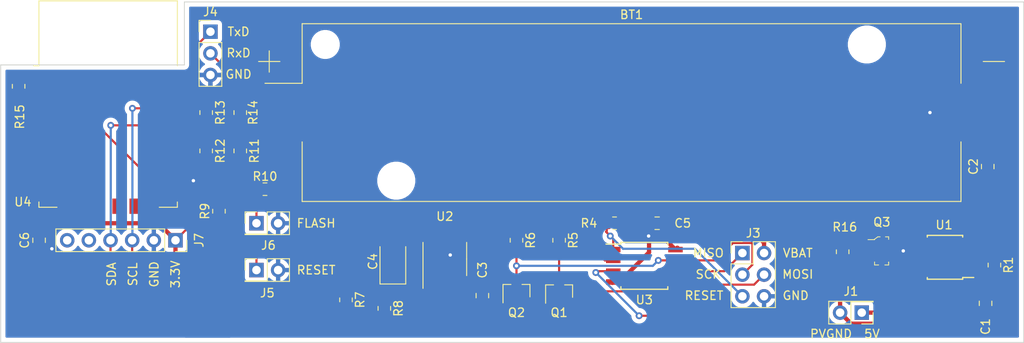
<source format=kicad_pcb>
(kicad_pcb (version 20171130) (host pcbnew "(5.1.7-0-10_14)")

  (general
    (thickness 1.6)
    (drawings 24)
    (tracks 272)
    (zones 0)
    (modules 34)
    (nets 40)
  )

  (page A4)
  (layers
    (0 F.Cu signal)
    (31 B.Cu signal)
    (32 B.Adhes user)
    (33 F.Adhes user)
    (34 B.Paste user)
    (35 F.Paste user)
    (36 B.SilkS user)
    (37 F.SilkS user)
    (38 B.Mask user)
    (39 F.Mask user)
    (40 Dwgs.User user)
    (41 Cmts.User user)
    (42 Eco1.User user)
    (43 Eco2.User user)
    (44 Edge.Cuts user)
    (45 Margin user)
    (46 B.CrtYd user)
    (47 F.CrtYd user)
    (48 B.Fab user)
    (49 F.Fab user hide)
  )

  (setup
    (last_trace_width 0.25)
    (user_trace_width 0.5)
    (user_trace_width 1)
    (trace_clearance 0.2)
    (zone_clearance 0.508)
    (zone_45_only no)
    (trace_min 0.2)
    (via_size 0.8)
    (via_drill 0.4)
    (via_min_size 0.4)
    (via_min_drill 0.3)
    (uvia_size 0.3)
    (uvia_drill 0.1)
    (uvias_allowed no)
    (uvia_min_size 0.2)
    (uvia_min_drill 0.1)
    (edge_width 0.05)
    (segment_width 0.2)
    (pcb_text_width 0.3)
    (pcb_text_size 1.5 1.5)
    (mod_edge_width 0.12)
    (mod_text_size 1 1)
    (mod_text_width 0.15)
    (pad_size 1.35 1.35)
    (pad_drill 0.8)
    (pad_to_mask_clearance 0)
    (aux_axis_origin 0 0)
    (visible_elements FFFFFF7F)
    (pcbplotparams
      (layerselection 0x010fc_ffffffff)
      (usegerberextensions false)
      (usegerberattributes true)
      (usegerberadvancedattributes true)
      (creategerberjobfile true)
      (excludeedgelayer true)
      (linewidth 0.100000)
      (plotframeref false)
      (viasonmask false)
      (mode 1)
      (useauxorigin false)
      (hpglpennumber 1)
      (hpglpenspeed 20)
      (hpglpendiameter 15.000000)
      (psnegative false)
      (psa4output false)
      (plotreference true)
      (plotvalue true)
      (plotinvisibletext false)
      (padsonsilk false)
      (subtractmaskfromsilk false)
      (outputformat 1)
      (mirror false)
      (drillshape 1)
      (scaleselection 1)
      (outputdirectory ""))
  )

  (net 0 "")
  (net 1 "Net-(U1-Pad7)")
  (net 2 "Net-(U1-Pad6)")
  (net 3 GND)
  (net 4 "Net-(R1-Pad1)")
  (net 5 "Net-(C3-Pad2)")
  (net 6 +BATT)
  (net 7 +3V3)
  (net 8 SHDN)
  (net 9 SCL)
  (net 10 SDA)
  (net 11 "Net-(C1-Pad1)")
  (net 12 "Net-(U4-Pad17)")
  (net 13 "Net-(U4-Pad14)")
  (net 14 "Net-(U4-Pad13)")
  (net 15 "Net-(U4-Pad12)")
  (net 16 "Net-(U4-Pad11)")
  (net 17 "Net-(U4-Pad10)")
  (net 18 "Net-(U4-Pad9)")
  (net 19 "Net-(U4-Pad7)")
  (net 20 "Net-(U4-Pad6)")
  (net 21 "Net-(U4-Pad5)")
  (net 22 "Net-(U4-Pad2)")
  (net 23 "Net-(J4-Pad2)")
  (net 24 "Net-(J4-Pad1)")
  (net 25 "Net-(J5-Pad1)")
  (net 26 "Net-(J6-Pad1)")
  (net 27 "Net-(R11-Pad1)")
  (net 28 "Net-(R12-Pad1)")
  (net 29 "Net-(R13-Pad1)")
  (net 30 "Net-(R14-Pad1)")
  (net 31 /MISO)
  (net 32 /RESET)
  (net 33 /MOSI)
  (net 34 /SCK)
  (net 35 "Net-(R15-Pad2)")
  (net 36 "Net-(J7-Pad6)")
  (net 37 "Net-(J7-Pad5)")
  (net 38 5VEN)
  (net 39 "Net-(C1-Pad2)")

  (net_class Default "This is the default net class."
    (clearance 0.2)
    (trace_width 0.25)
    (via_dia 0.8)
    (via_drill 0.4)
    (uvia_dia 0.3)
    (uvia_drill 0.1)
    (add_net +3V3)
    (add_net +BATT)
    (add_net /MISO)
    (add_net /MOSI)
    (add_net /RESET)
    (add_net /SCK)
    (add_net 5VEN)
    (add_net GND)
    (add_net "Net-(C1-Pad1)")
    (add_net "Net-(C1-Pad2)")
    (add_net "Net-(C3-Pad2)")
    (add_net "Net-(J4-Pad1)")
    (add_net "Net-(J4-Pad2)")
    (add_net "Net-(J5-Pad1)")
    (add_net "Net-(J6-Pad1)")
    (add_net "Net-(J7-Pad5)")
    (add_net "Net-(J7-Pad6)")
    (add_net "Net-(R1-Pad1)")
    (add_net "Net-(R11-Pad1)")
    (add_net "Net-(R12-Pad1)")
    (add_net "Net-(R13-Pad1)")
    (add_net "Net-(R14-Pad1)")
    (add_net "Net-(R15-Pad2)")
    (add_net "Net-(U1-Pad6)")
    (add_net "Net-(U1-Pad7)")
    (add_net "Net-(U4-Pad10)")
    (add_net "Net-(U4-Pad11)")
    (add_net "Net-(U4-Pad12)")
    (add_net "Net-(U4-Pad13)")
    (add_net "Net-(U4-Pad14)")
    (add_net "Net-(U4-Pad17)")
    (add_net "Net-(U4-Pad2)")
    (add_net "Net-(U4-Pad5)")
    (add_net "Net-(U4-Pad6)")
    (add_net "Net-(U4-Pad7)")
    (add_net "Net-(U4-Pad9)")
    (add_net SCL)
    (add_net SDA)
    (add_net SHDN)
  )

  (module Resistor_SMD:R_0805_2012Metric (layer F.Cu) (tedit 5F68FEEE) (tstamp 60294FA8)
    (at 238.76 79.3515 270)
    (descr "Resistor SMD 0805 (2012 Metric), square (rectangular) end terminal, IPC_7351 nominal, (Body size source: IPC-SM-782 page 72, https://www.pcb-3d.com/wordpress/wp-content/uploads/ipc-sm-782a_amendment_1_and_2.pdf), generated with kicad-footprint-generator")
    (tags resistor)
    (path /6038626B)
    (attr smd)
    (fp_text reference R16 (at -2.8975 -0.254 180) (layer F.SilkS)
      (effects (font (size 1 1) (thickness 0.15)))
    )
    (fp_text value 10k (at 0 1.65 90) (layer F.Fab)
      (effects (font (size 1 1) (thickness 0.15)))
    )
    (fp_line (start 1.68 0.95) (end -1.68 0.95) (layer F.CrtYd) (width 0.05))
    (fp_line (start 1.68 -0.95) (end 1.68 0.95) (layer F.CrtYd) (width 0.05))
    (fp_line (start -1.68 -0.95) (end 1.68 -0.95) (layer F.CrtYd) (width 0.05))
    (fp_line (start -1.68 0.95) (end -1.68 -0.95) (layer F.CrtYd) (width 0.05))
    (fp_line (start -0.227064 0.735) (end 0.227064 0.735) (layer F.SilkS) (width 0.12))
    (fp_line (start -0.227064 -0.735) (end 0.227064 -0.735) (layer F.SilkS) (width 0.12))
    (fp_line (start 1 0.625) (end -1 0.625) (layer F.Fab) (width 0.1))
    (fp_line (start 1 -0.625) (end 1 0.625) (layer F.Fab) (width 0.1))
    (fp_line (start -1 -0.625) (end 1 -0.625) (layer F.Fab) (width 0.1))
    (fp_line (start -1 0.625) (end -1 -0.625) (layer F.Fab) (width 0.1))
    (fp_text user %R (at 0 0 90) (layer F.Fab)
      (effects (font (size 0.5 0.5) (thickness 0.08)))
    )
    (pad 2 smd roundrect (at 0.9125 0 270) (size 1.025 1.4) (layers F.Cu F.Paste F.Mask) (roundrect_rratio 0.243902)
      (net 39 "Net-(C1-Pad2)"))
    (pad 1 smd roundrect (at -0.9125 0 270) (size 1.025 1.4) (layers F.Cu F.Paste F.Mask) (roundrect_rratio 0.243902)
      (net 38 5VEN))
    (model ${KISYS3DMOD}/Resistor_SMD.3dshapes/R_0805_2012Metric.wrl
      (at (xyz 0 0 0))
      (scale (xyz 1 1 1))
      (rotate (xyz 0 0 0))
    )
  )

  (module digikey-footprints:SOT-23-3 (layer F.Cu) (tedit 5D28A5E3) (tstamp 60294DB7)
    (at 243.332 79.248)
    (path /602A4D6A)
    (attr smd)
    (fp_text reference Q3 (at 0.025 -3.375) (layer F.SilkS)
      (effects (font (size 1 1) (thickness 0.15)))
    )
    (fp_text value IRLML6344TRPBF (at 0.025 3.25) (layer F.Fab)
      (effects (font (size 1 1) (thickness 0.15)))
    )
    (fp_line (start 0.7 1.52) (end 0.7 -1.52) (layer F.Fab) (width 0.1))
    (fp_line (start -0.7 1.52) (end 0.7 1.52) (layer F.Fab) (width 0.1))
    (fp_line (start 0.825 -1.65) (end 0.825 -1.35) (layer F.SilkS) (width 0.1))
    (fp_line (start 0.45 -1.65) (end 0.825 -1.65) (layer F.SilkS) (width 0.1))
    (fp_line (start 0.825 1.65) (end 0.375 1.65) (layer F.SilkS) (width 0.1))
    (fp_line (start 0.825 1.35) (end 0.825 1.65) (layer F.SilkS) (width 0.1))
    (fp_line (start 0.825 1.425) (end 0.825 1.3) (layer F.SilkS) (width 0.1))
    (fp_line (start -0.825 1.65) (end -0.825 1.3) (layer F.SilkS) (width 0.1))
    (fp_line (start -0.35 1.65) (end -0.825 1.65) (layer F.SilkS) (width 0.1))
    (fp_line (start -0.425 -1.525) (end -0.7 -1.325) (layer F.Fab) (width 0.1))
    (fp_line (start -0.425 -1.525) (end 0.7 -1.525) (layer F.Fab) (width 0.1))
    (fp_line (start -0.7 -1.325) (end -0.7 1.525) (layer F.Fab) (width 0.1))
    (fp_line (start -0.825 -1.325) (end -1.6 -1.325) (layer F.SilkS) (width 0.1))
    (fp_line (start -0.825 -1.375) (end -0.825 -1.325) (layer F.SilkS) (width 0.1))
    (fp_line (start -0.45 -1.65) (end -0.825 -1.375) (layer F.SilkS) (width 0.1))
    (fp_line (start -0.175 -1.65) (end -0.45 -1.65) (layer F.SilkS) (width 0.1))
    (fp_line (start 1.825 -1.95) (end 1.825 1.95) (layer F.CrtYd) (width 0.05))
    (fp_line (start 1.825 1.95) (end -1.825 1.95) (layer F.CrtYd) (width 0.05))
    (fp_line (start -1.825 -1.95) (end -1.825 1.95) (layer F.CrtYd) (width 0.05))
    (fp_line (start -1.825 -1.95) (end 1.825 -1.95) (layer F.CrtYd) (width 0.05))
    (fp_text user %R (at -0.125 0.15) (layer F.Fab)
      (effects (font (size 0.25 0.25) (thickness 0.05)))
    )
    (pad 1 smd rect (at -1.05 -0.95) (size 1.3 0.6) (layers F.Cu F.Paste F.Mask)
      (net 38 5VEN) (solder_mask_margin 0.07))
    (pad 2 smd rect (at -1.05 0.95) (size 1.3 0.6) (layers F.Cu F.Paste F.Mask)
      (net 39 "Net-(C1-Pad2)") (solder_mask_margin 0.07))
    (pad 3 smd rect (at 1.05 0) (size 1.3 0.6) (layers F.Cu F.Paste F.Mask)
      (net 3 GND) (solder_mask_margin 0.07))
  )

  (module Connector_PinHeader_2.54mm:PinHeader_2x01_P2.54mm_Vertical (layer F.Cu) (tedit 59FED5CC) (tstamp 5F808177)
    (at 241 86.5 180)
    (descr "Through hole straight pin header, 2x01, 2.54mm pitch, double rows")
    (tags "Through hole pin header THT 2x01 2.54mm double row")
    (path /5F808FC0)
    (fp_text reference J1 (at 1.27 2.5) (layer F.SilkS)
      (effects (font (size 1 1) (thickness 0.15)))
    )
    (fp_text value Conn_01x02_Male (at 1.27 2.33) (layer F.Fab)
      (effects (font (size 1 1) (thickness 0.15)))
    )
    (fp_line (start 0 -1.27) (end 3.81 -1.27) (layer F.Fab) (width 0.1))
    (fp_line (start 3.81 -1.27) (end 3.81 1.27) (layer F.Fab) (width 0.1))
    (fp_line (start 3.81 1.27) (end -1.27 1.27) (layer F.Fab) (width 0.1))
    (fp_line (start -1.27 1.27) (end -1.27 0) (layer F.Fab) (width 0.1))
    (fp_line (start -1.27 0) (end 0 -1.27) (layer F.Fab) (width 0.1))
    (fp_line (start -1.33 1.33) (end 3.87 1.33) (layer F.SilkS) (width 0.12))
    (fp_line (start -1.33 1.27) (end -1.33 1.33) (layer F.SilkS) (width 0.12))
    (fp_line (start 3.87 -1.33) (end 3.87 1.33) (layer F.SilkS) (width 0.12))
    (fp_line (start -1.33 1.27) (end 1.27 1.27) (layer F.SilkS) (width 0.12))
    (fp_line (start 1.27 1.27) (end 1.27 -1.33) (layer F.SilkS) (width 0.12))
    (fp_line (start 1.27 -1.33) (end 3.87 -1.33) (layer F.SilkS) (width 0.12))
    (fp_line (start -1.33 0) (end -1.33 -1.33) (layer F.SilkS) (width 0.12))
    (fp_line (start -1.33 -1.33) (end 0 -1.33) (layer F.SilkS) (width 0.12))
    (fp_line (start -1.8 -1.8) (end -1.8 1.8) (layer F.CrtYd) (width 0.05))
    (fp_line (start -1.8 1.8) (end 4.35 1.8) (layer F.CrtYd) (width 0.05))
    (fp_line (start 4.35 1.8) (end 4.35 -1.8) (layer F.CrtYd) (width 0.05))
    (fp_line (start 4.35 -1.8) (end -1.8 -1.8) (layer F.CrtYd) (width 0.05))
    (fp_text user %R (at 1.27 0 90) (layer F.Fab)
      (effects (font (size 1 1) (thickness 0.15)))
    )
    (pad 2 thru_hole oval (at 2.54 0 180) (size 1.7 1.7) (drill 1) (layers *.Cu *.Mask)
      (net 39 "Net-(C1-Pad2)"))
    (pad 1 thru_hole rect (at 0 0 180) (size 1.7 1.7) (drill 1) (layers *.Cu *.Mask)
      (net 11 "Net-(C1-Pad1)"))
    (model ${KISYS3DMOD}/Connector_PinHeader_2.54mm.3dshapes/PinHeader_2x01_P2.54mm_Vertical.wrl
      (at (xyz 0 0 0))
      (scale (xyz 1 1 1))
      (rotate (xyz 0 0 0))
    )
  )

  (module Connector_PinHeader_2.54mm:PinHeader_2x01_P2.54mm_Vertical (layer F.Cu) (tedit 59FED5CC) (tstamp 5F85E31F)
    (at 170 76)
    (descr "Through hole straight pin header, 2x01, 2.54mm pitch, double rows")
    (tags "Through hole pin header THT 2x01 2.54mm double row")
    (path /5F934C32)
    (fp_text reference J6 (at 1.4 2.6) (layer F.SilkS)
      (effects (font (size 1 1) (thickness 0.15)))
    )
    (fp_text value Conn_01x02_Male (at 1.27 2.33) (layer F.Fab)
      (effects (font (size 1 1) (thickness 0.15)))
    )
    (fp_line (start 4.35 -1.8) (end -1.8 -1.8) (layer F.CrtYd) (width 0.05))
    (fp_line (start 4.35 1.8) (end 4.35 -1.8) (layer F.CrtYd) (width 0.05))
    (fp_line (start -1.8 1.8) (end 4.35 1.8) (layer F.CrtYd) (width 0.05))
    (fp_line (start -1.8 -1.8) (end -1.8 1.8) (layer F.CrtYd) (width 0.05))
    (fp_line (start -1.33 -1.33) (end 0 -1.33) (layer F.SilkS) (width 0.12))
    (fp_line (start -1.33 0) (end -1.33 -1.33) (layer F.SilkS) (width 0.12))
    (fp_line (start 1.27 -1.33) (end 3.87 -1.33) (layer F.SilkS) (width 0.12))
    (fp_line (start 1.27 1.27) (end 1.27 -1.33) (layer F.SilkS) (width 0.12))
    (fp_line (start -1.33 1.27) (end 1.27 1.27) (layer F.SilkS) (width 0.12))
    (fp_line (start 3.87 -1.33) (end 3.87 1.33) (layer F.SilkS) (width 0.12))
    (fp_line (start -1.33 1.27) (end -1.33 1.33) (layer F.SilkS) (width 0.12))
    (fp_line (start -1.33 1.33) (end 3.87 1.33) (layer F.SilkS) (width 0.12))
    (fp_line (start -1.27 0) (end 0 -1.27) (layer F.Fab) (width 0.1))
    (fp_line (start -1.27 1.27) (end -1.27 0) (layer F.Fab) (width 0.1))
    (fp_line (start 3.81 1.27) (end -1.27 1.27) (layer F.Fab) (width 0.1))
    (fp_line (start 3.81 -1.27) (end 3.81 1.27) (layer F.Fab) (width 0.1))
    (fp_line (start 0 -1.27) (end 3.81 -1.27) (layer F.Fab) (width 0.1))
    (fp_text user %R (at 1.27 0 90) (layer F.Fab)
      (effects (font (size 1 1) (thickness 0.15)))
    )
    (pad 2 thru_hole oval (at 2.54 0) (size 1.7 1.7) (drill 1) (layers *.Cu *.Mask)
      (net 3 GND))
    (pad 1 thru_hole rect (at 0 0) (size 1.7 1.7) (drill 1) (layers *.Cu *.Mask)
      (net 26 "Net-(J6-Pad1)"))
    (model ${KISYS3DMOD}/Connector_PinHeader_2.54mm.3dshapes/PinHeader_2x01_P2.54mm_Vertical.wrl
      (at (xyz 0 0 0))
      (scale (xyz 1 1 1))
      (rotate (xyz 0 0 0))
    )
  )

  (module Connector_PinHeader_2.54mm:PinHeader_2x01_P2.54mm_Vertical (layer F.Cu) (tedit 59FED5CC) (tstamp 5F85E307)
    (at 170 81.5)
    (descr "Through hole straight pin header, 2x01, 2.54mm pitch, double rows")
    (tags "Through hole pin header THT 2x01 2.54mm double row")
    (path /5F92620C)
    (fp_text reference J5 (at 1.27 2.7) (layer F.SilkS)
      (effects (font (size 1 1) (thickness 0.15)))
    )
    (fp_text value Conn_01x02_Male (at 1.27 2.33) (layer F.Fab)
      (effects (font (size 1 1) (thickness 0.15)))
    )
    (fp_line (start 4.35 -1.8) (end -1.8 -1.8) (layer F.CrtYd) (width 0.05))
    (fp_line (start 4.35 1.8) (end 4.35 -1.8) (layer F.CrtYd) (width 0.05))
    (fp_line (start -1.8 1.8) (end 4.35 1.8) (layer F.CrtYd) (width 0.05))
    (fp_line (start -1.8 -1.8) (end -1.8 1.8) (layer F.CrtYd) (width 0.05))
    (fp_line (start -1.33 -1.33) (end 0 -1.33) (layer F.SilkS) (width 0.12))
    (fp_line (start -1.33 0) (end -1.33 -1.33) (layer F.SilkS) (width 0.12))
    (fp_line (start 1.27 -1.33) (end 3.87 -1.33) (layer F.SilkS) (width 0.12))
    (fp_line (start 1.27 1.27) (end 1.27 -1.33) (layer F.SilkS) (width 0.12))
    (fp_line (start -1.33 1.27) (end 1.27 1.27) (layer F.SilkS) (width 0.12))
    (fp_line (start 3.87 -1.33) (end 3.87 1.33) (layer F.SilkS) (width 0.12))
    (fp_line (start -1.33 1.27) (end -1.33 1.33) (layer F.SilkS) (width 0.12))
    (fp_line (start -1.33 1.33) (end 3.87 1.33) (layer F.SilkS) (width 0.12))
    (fp_line (start -1.27 0) (end 0 -1.27) (layer F.Fab) (width 0.1))
    (fp_line (start -1.27 1.27) (end -1.27 0) (layer F.Fab) (width 0.1))
    (fp_line (start 3.81 1.27) (end -1.27 1.27) (layer F.Fab) (width 0.1))
    (fp_line (start 3.81 -1.27) (end 3.81 1.27) (layer F.Fab) (width 0.1))
    (fp_line (start 0 -1.27) (end 3.81 -1.27) (layer F.Fab) (width 0.1))
    (fp_text user %R (at 1.27 0 90) (layer F.Fab)
      (effects (font (size 1 1) (thickness 0.15)))
    )
    (pad 2 thru_hole oval (at 2.54 0) (size 1.7 1.7) (drill 1) (layers *.Cu *.Mask)
      (net 3 GND))
    (pad 1 thru_hole rect (at 0 0) (size 1.7 1.7) (drill 1) (layers *.Cu *.Mask)
      (net 25 "Net-(J5-Pad1)"))
    (model ${KISYS3DMOD}/Connector_PinHeader_2.54mm.3dshapes/PinHeader_2x01_P2.54mm_Vertical.wrl
      (at (xyz 0 0 0))
      (scale (xyz 1 1 1))
      (rotate (xyz 0 0 0))
    )
  )

  (module Connector_PinSocket_2.54mm:PinSocket_1x06_P2.54mm_Vertical (layer F.Cu) (tedit 5A19A430) (tstamp 5F86FDF5)
    (at 160.5 78 270)
    (descr "Through hole straight socket strip, 1x06, 2.54mm pitch, single row (from Kicad 4.0.7), script generated")
    (tags "Through hole socket strip THT 1x06 2.54mm single row")
    (path /5F8789E3)
    (fp_text reference J7 (at 0 -2.77 90) (layer F.SilkS)
      (effects (font (size 1 1) (thickness 0.15)))
    )
    (fp_text value Conn_01x04 (at 0 15.47 90) (layer F.Fab)
      (effects (font (size 1 1) (thickness 0.15)))
    )
    (fp_line (start -1.27 -1.27) (end 0.635 -1.27) (layer F.Fab) (width 0.1))
    (fp_line (start 0.635 -1.27) (end 1.27 -0.635) (layer F.Fab) (width 0.1))
    (fp_line (start 1.27 -0.635) (end 1.27 13.97) (layer F.Fab) (width 0.1))
    (fp_line (start 1.27 13.97) (end -1.27 13.97) (layer F.Fab) (width 0.1))
    (fp_line (start -1.27 13.97) (end -1.27 -1.27) (layer F.Fab) (width 0.1))
    (fp_line (start -1.33 1.27) (end 1.33 1.27) (layer F.SilkS) (width 0.12))
    (fp_line (start -1.33 1.27) (end -1.33 14.03) (layer F.SilkS) (width 0.12))
    (fp_line (start -1.33 14.03) (end 1.33 14.03) (layer F.SilkS) (width 0.12))
    (fp_line (start 1.33 1.27) (end 1.33 14.03) (layer F.SilkS) (width 0.12))
    (fp_line (start 1.33 -1.33) (end 1.33 0) (layer F.SilkS) (width 0.12))
    (fp_line (start 0 -1.33) (end 1.33 -1.33) (layer F.SilkS) (width 0.12))
    (fp_line (start -1.8 -1.8) (end 1.75 -1.8) (layer F.CrtYd) (width 0.05))
    (fp_line (start 1.75 -1.8) (end 1.75 14.45) (layer F.CrtYd) (width 0.05))
    (fp_line (start 1.75 14.45) (end -1.8 14.45) (layer F.CrtYd) (width 0.05))
    (fp_line (start -1.8 14.45) (end -1.8 -1.8) (layer F.CrtYd) (width 0.05))
    (fp_text user %R (at 0 6.35) (layer F.Fab)
      (effects (font (size 1 1) (thickness 0.15)))
    )
    (pad 6 thru_hole oval (at 0 12.7 270) (size 1.7 1.7) (drill 1) (layers *.Cu *.Mask)
      (net 36 "Net-(J7-Pad6)"))
    (pad 5 thru_hole oval (at 0 10.16 270) (size 1.7 1.7) (drill 1) (layers *.Cu *.Mask)
      (net 37 "Net-(J7-Pad5)"))
    (pad 4 thru_hole oval (at 0 7.62 270) (size 1.7 1.7) (drill 1) (layers *.Cu *.Mask)
      (net 10 SDA))
    (pad 3 thru_hole oval (at 0 5.08 270) (size 1.7 1.7) (drill 1) (layers *.Cu *.Mask)
      (net 9 SCL))
    (pad 2 thru_hole oval (at 0 2.54 270) (size 1.7 1.7) (drill 1) (layers *.Cu *.Mask)
      (net 3 GND))
    (pad 1 thru_hole rect (at 0 0 270) (size 1.7 1.7) (drill 1) (layers *.Cu *.Mask)
      (net 7 +3V3))
    (model ${KISYS3DMOD}/Connector_PinSocket_2.54mm.3dshapes/PinSocket_1x06_P2.54mm_Vertical.wrl
      (at (xyz 0 0 0))
      (scale (xyz 1 1 1))
      (rotate (xyz 0 0 0))
    )
  )

  (module Resistor_SMD:R_0805_2012Metric (layer F.Cu) (tedit 5F68FEEE) (tstamp 5FAEDF00)
    (at 142.1 59.9125 270)
    (descr "Resistor SMD 0805 (2012 Metric), square (rectangular) end terminal, IPC_7351 nominal, (Body size source: IPC-SM-782 page 72, https://www.pcb-3d.com/wordpress/wp-content/uploads/ipc-sm-782a_amendment_1_and_2.pdf), generated with kicad-footprint-generator")
    (tags resistor)
    (path /5FAF88D4)
    (attr smd)
    (fp_text reference R15 (at 3.5875 -0.14 90) (layer F.SilkS)
      (effects (font (size 1 1) (thickness 0.15)))
    )
    (fp_text value 470 (at 0 1.65 90) (layer F.Fab)
      (effects (font (size 1 1) (thickness 0.15)))
    )
    (fp_line (start 1.68 0.95) (end -1.68 0.95) (layer F.CrtYd) (width 0.05))
    (fp_line (start 1.68 -0.95) (end 1.68 0.95) (layer F.CrtYd) (width 0.05))
    (fp_line (start -1.68 -0.95) (end 1.68 -0.95) (layer F.CrtYd) (width 0.05))
    (fp_line (start -1.68 0.95) (end -1.68 -0.95) (layer F.CrtYd) (width 0.05))
    (fp_line (start -0.227064 0.735) (end 0.227064 0.735) (layer F.SilkS) (width 0.12))
    (fp_line (start -0.227064 -0.735) (end 0.227064 -0.735) (layer F.SilkS) (width 0.12))
    (fp_line (start 1 0.625) (end -1 0.625) (layer F.Fab) (width 0.1))
    (fp_line (start 1 -0.625) (end 1 0.625) (layer F.Fab) (width 0.1))
    (fp_line (start -1 -0.625) (end 1 -0.625) (layer F.Fab) (width 0.1))
    (fp_line (start -1 0.625) (end -1 -0.625) (layer F.Fab) (width 0.1))
    (fp_text user %R (at 0 0 90) (layer F.Fab)
      (effects (font (size 0.5 0.5) (thickness 0.08)))
    )
    (pad 2 smd roundrect (at 0.9125 0 270) (size 1.025 1.4) (layers F.Cu F.Paste F.Mask) (roundrect_rratio 0.243902)
      (net 35 "Net-(R15-Pad2)"))
    (pad 1 smd roundrect (at -0.9125 0 270) (size 1.025 1.4) (layers F.Cu F.Paste F.Mask) (roundrect_rratio 0.243902)
      (net 25 "Net-(J5-Pad1)"))
    (model ${KISYS3DMOD}/Resistor_SMD.3dshapes/R_0805_2012Metric.wrl
      (at (xyz 0 0 0))
      (scale (xyz 1 1 1))
      (rotate (xyz 0 0 0))
    )
  )

  (module Capacitor_SMD:C_0805_2012Metric (layer F.Cu) (tedit 5F68FEEE) (tstamp 5FA69A07)
    (at 144.5 78 270)
    (descr "Capacitor SMD 0805 (2012 Metric), square (rectangular) end terminal, IPC_7351 nominal, (Body size source: IPC-SM-782 page 76, https://www.pcb-3d.com/wordpress/wp-content/uploads/ipc-sm-782a_amendment_1_and_2.pdf, https://docs.google.com/spreadsheets/d/1BsfQQcO9C6DZCsRaXUlFlo91Tg2WpOkGARC1WS5S8t0/edit?usp=sharing), generated with kicad-footprint-generator")
    (tags capacitor)
    (path /5FA7AAAA)
    (attr smd)
    (fp_text reference C6 (at 0 1.7 90) (layer F.SilkS)
      (effects (font (size 1 1) (thickness 0.15)))
    )
    (fp_text value 100nF (at 0 1.68 90) (layer F.Fab)
      (effects (font (size 1 1) (thickness 0.15)))
    )
    (fp_line (start -1 0.625) (end -1 -0.625) (layer F.Fab) (width 0.1))
    (fp_line (start -1 -0.625) (end 1 -0.625) (layer F.Fab) (width 0.1))
    (fp_line (start 1 -0.625) (end 1 0.625) (layer F.Fab) (width 0.1))
    (fp_line (start 1 0.625) (end -1 0.625) (layer F.Fab) (width 0.1))
    (fp_line (start -0.261252 -0.735) (end 0.261252 -0.735) (layer F.SilkS) (width 0.12))
    (fp_line (start -0.261252 0.735) (end 0.261252 0.735) (layer F.SilkS) (width 0.12))
    (fp_line (start -1.7 0.98) (end -1.7 -0.98) (layer F.CrtYd) (width 0.05))
    (fp_line (start -1.7 -0.98) (end 1.7 -0.98) (layer F.CrtYd) (width 0.05))
    (fp_line (start 1.7 -0.98) (end 1.7 0.98) (layer F.CrtYd) (width 0.05))
    (fp_line (start 1.7 0.98) (end -1.7 0.98) (layer F.CrtYd) (width 0.05))
    (fp_text user %R (at 0 0 90) (layer F.Fab)
      (effects (font (size 0.5 0.5) (thickness 0.08)))
    )
    (pad 2 smd roundrect (at 0.95 0 270) (size 1 1.45) (layers F.Cu F.Paste F.Mask) (roundrect_rratio 0.25)
      (net 3 GND))
    (pad 1 smd roundrect (at -0.95 0 270) (size 1 1.45) (layers F.Cu F.Paste F.Mask) (roundrect_rratio 0.25)
      (net 7 +3V3))
    (model ${KISYS3DMOD}/Capacitor_SMD.3dshapes/C_0805_2012Metric.wrl
      (at (xyz 0 0 0))
      (scale (xyz 1 1 1))
      (rotate (xyz 0 0 0))
    )
  )

  (module Capacitor_SMD:C_0805_2012Metric (layer F.Cu) (tedit 5F68FEEE) (tstamp 5FA699F6)
    (at 217 76 180)
    (descr "Capacitor SMD 0805 (2012 Metric), square (rectangular) end terminal, IPC_7351 nominal, (Body size source: IPC-SM-782 page 76, https://www.pcb-3d.com/wordpress/wp-content/uploads/ipc-sm-782a_amendment_1_and_2.pdf, https://docs.google.com/spreadsheets/d/1BsfQQcO9C6DZCsRaXUlFlo91Tg2WpOkGARC1WS5S8t0/edit?usp=sharing), generated with kicad-footprint-generator")
    (tags capacitor)
    (path /5FA6F941)
    (attr smd)
    (fp_text reference C5 (at -3 0) (layer F.SilkS)
      (effects (font (size 1 1) (thickness 0.15)))
    )
    (fp_text value 100nF (at 0 1.68) (layer F.Fab)
      (effects (font (size 1 1) (thickness 0.15)))
    )
    (fp_line (start -1 0.625) (end -1 -0.625) (layer F.Fab) (width 0.1))
    (fp_line (start -1 -0.625) (end 1 -0.625) (layer F.Fab) (width 0.1))
    (fp_line (start 1 -0.625) (end 1 0.625) (layer F.Fab) (width 0.1))
    (fp_line (start 1 0.625) (end -1 0.625) (layer F.Fab) (width 0.1))
    (fp_line (start -0.261252 -0.735) (end 0.261252 -0.735) (layer F.SilkS) (width 0.12))
    (fp_line (start -0.261252 0.735) (end 0.261252 0.735) (layer F.SilkS) (width 0.12))
    (fp_line (start -1.7 0.98) (end -1.7 -0.98) (layer F.CrtYd) (width 0.05))
    (fp_line (start -1.7 -0.98) (end 1.7 -0.98) (layer F.CrtYd) (width 0.05))
    (fp_line (start 1.7 -0.98) (end 1.7 0.98) (layer F.CrtYd) (width 0.05))
    (fp_line (start 1.7 0.98) (end -1.7 0.98) (layer F.CrtYd) (width 0.05))
    (fp_text user %R (at 0 0) (layer F.Fab)
      (effects (font (size 0.5 0.5) (thickness 0.08)))
    )
    (pad 2 smd roundrect (at 0.95 0 180) (size 1 1.45) (layers F.Cu F.Paste F.Mask) (roundrect_rratio 0.25)
      (net 3 GND))
    (pad 1 smd roundrect (at -0.95 0 180) (size 1 1.45) (layers F.Cu F.Paste F.Mask) (roundrect_rratio 0.25)
      (net 6 +BATT))
    (model ${KISYS3DMOD}/Capacitor_SMD.3dshapes/C_0805_2012Metric.wrl
      (at (xyz 0 0 0))
      (scale (xyz 1 1 1))
      (rotate (xyz 0 0 0))
    )
  )

  (module Connector_PinHeader_2.54mm:PinHeader_1x03_P2.54mm_Vertical (layer F.Cu) (tedit 59FED5CC) (tstamp 5F85E2EF)
    (at 164.6 53.5)
    (descr "Through hole straight pin header, 1x03, 2.54mm pitch, single row")
    (tags "Through hole pin header THT 1x03 2.54mm single row")
    (path /5F8ABFEE)
    (fp_text reference J4 (at 0 -2.33) (layer F.SilkS)
      (effects (font (size 1 1) (thickness 0.15)))
    )
    (fp_text value Conn_01x03 (at 0 7.41) (layer F.Fab)
      (effects (font (size 1 1) (thickness 0.15)))
    )
    (fp_line (start 1.8 -1.8) (end -1.8 -1.8) (layer F.CrtYd) (width 0.05))
    (fp_line (start 1.8 6.85) (end 1.8 -1.8) (layer F.CrtYd) (width 0.05))
    (fp_line (start -1.8 6.85) (end 1.8 6.85) (layer F.CrtYd) (width 0.05))
    (fp_line (start -1.8 -1.8) (end -1.8 6.85) (layer F.CrtYd) (width 0.05))
    (fp_line (start -1.33 -1.33) (end 0 -1.33) (layer F.SilkS) (width 0.12))
    (fp_line (start -1.33 0) (end -1.33 -1.33) (layer F.SilkS) (width 0.12))
    (fp_line (start -1.33 1.27) (end 1.33 1.27) (layer F.SilkS) (width 0.12))
    (fp_line (start 1.33 1.27) (end 1.33 6.41) (layer F.SilkS) (width 0.12))
    (fp_line (start -1.33 1.27) (end -1.33 6.41) (layer F.SilkS) (width 0.12))
    (fp_line (start -1.33 6.41) (end 1.33 6.41) (layer F.SilkS) (width 0.12))
    (fp_line (start -1.27 -0.635) (end -0.635 -1.27) (layer F.Fab) (width 0.1))
    (fp_line (start -1.27 6.35) (end -1.27 -0.635) (layer F.Fab) (width 0.1))
    (fp_line (start 1.27 6.35) (end -1.27 6.35) (layer F.Fab) (width 0.1))
    (fp_line (start 1.27 -1.27) (end 1.27 6.35) (layer F.Fab) (width 0.1))
    (fp_line (start -0.635 -1.27) (end 1.27 -1.27) (layer F.Fab) (width 0.1))
    (fp_text user %R (at 0 2.54 90) (layer F.Fab)
      (effects (font (size 1 1) (thickness 0.15)))
    )
    (pad 3 thru_hole oval (at 0 5.08) (size 1.7 1.7) (drill 1) (layers *.Cu *.Mask)
      (net 3 GND))
    (pad 2 thru_hole oval (at 0 2.54) (size 1.7 1.7) (drill 1) (layers *.Cu *.Mask)
      (net 23 "Net-(J4-Pad2)"))
    (pad 1 thru_hole rect (at 0 0) (size 1.7 1.7) (drill 1) (layers *.Cu *.Mask)
      (net 24 "Net-(J4-Pad1)"))
    (model ${KISYS3DMOD}/Connector_PinHeader_2.54mm.3dshapes/PinHeader_1x03_P2.54mm_Vertical.wrl
      (at (xyz 0 0 0))
      (scale (xyz 1 1 1))
      (rotate (xyz 0 0 0))
    )
  )

  (module Connector_PinHeader_2.54mm:PinHeader_2x03_P2.54mm_Vertical (layer F.Cu) (tedit 59FED5CC) (tstamp 5F80E924)
    (at 227 79.5)
    (descr "Through hole straight pin header, 2x03, 2.54mm pitch, double rows")
    (tags "Through hole pin header THT 2x03 2.54mm double row")
    (path /5F821ADF)
    (fp_text reference J3 (at 1.27 -2.33) (layer F.SilkS)
      (effects (font (size 1 1) (thickness 0.15)))
    )
    (fp_text value Conn_02x03_Odd_Even (at 1.27 7.41) (layer F.Fab)
      (effects (font (size 1 1) (thickness 0.15)))
    )
    (fp_line (start 4.35 -1.8) (end -1.8 -1.8) (layer F.CrtYd) (width 0.05))
    (fp_line (start 4.35 6.85) (end 4.35 -1.8) (layer F.CrtYd) (width 0.05))
    (fp_line (start -1.8 6.85) (end 4.35 6.85) (layer F.CrtYd) (width 0.05))
    (fp_line (start -1.8 -1.8) (end -1.8 6.85) (layer F.CrtYd) (width 0.05))
    (fp_line (start -1.33 -1.33) (end 0 -1.33) (layer F.SilkS) (width 0.12))
    (fp_line (start -1.33 0) (end -1.33 -1.33) (layer F.SilkS) (width 0.12))
    (fp_line (start 1.27 -1.33) (end 3.87 -1.33) (layer F.SilkS) (width 0.12))
    (fp_line (start 1.27 1.27) (end 1.27 -1.33) (layer F.SilkS) (width 0.12))
    (fp_line (start -1.33 1.27) (end 1.27 1.27) (layer F.SilkS) (width 0.12))
    (fp_line (start 3.87 -1.33) (end 3.87 6.41) (layer F.SilkS) (width 0.12))
    (fp_line (start -1.33 1.27) (end -1.33 6.41) (layer F.SilkS) (width 0.12))
    (fp_line (start -1.33 6.41) (end 3.87 6.41) (layer F.SilkS) (width 0.12))
    (fp_line (start -1.27 0) (end 0 -1.27) (layer F.Fab) (width 0.1))
    (fp_line (start -1.27 6.35) (end -1.27 0) (layer F.Fab) (width 0.1))
    (fp_line (start 3.81 6.35) (end -1.27 6.35) (layer F.Fab) (width 0.1))
    (fp_line (start 3.81 -1.27) (end 3.81 6.35) (layer F.Fab) (width 0.1))
    (fp_line (start 0 -1.27) (end 3.81 -1.27) (layer F.Fab) (width 0.1))
    (fp_text user %R (at 1.27 2.54 90) (layer F.Fab)
      (effects (font (size 1 1) (thickness 0.15)))
    )
    (pad 6 thru_hole oval (at 2.54 5.08) (size 1.7 1.7) (drill 1) (layers *.Cu *.Mask)
      (net 3 GND))
    (pad 5 thru_hole oval (at 0 5.08) (size 1.7 1.7) (drill 1) (layers *.Cu *.Mask)
      (net 32 /RESET))
    (pad 4 thru_hole oval (at 2.54 2.54) (size 1.7 1.7) (drill 1) (layers *.Cu *.Mask)
      (net 33 /MOSI))
    (pad 3 thru_hole oval (at 0 2.54) (size 1.7 1.7) (drill 1) (layers *.Cu *.Mask)
      (net 34 /SCK))
    (pad 2 thru_hole oval (at 2.54 0) (size 1.7 1.7) (drill 1) (layers *.Cu *.Mask)
      (net 6 +BATT))
    (pad 1 thru_hole rect (at 0 0) (size 1.7 1.7) (drill 1) (layers *.Cu *.Mask)
      (net 31 /MISO))
    (model ${KISYS3DMOD}/Connector_PinHeader_2.54mm.3dshapes/PinHeader_2x03_P2.54mm_Vertical.wrl
      (at (xyz 0 0 0))
      (scale (xyz 1 1 1))
      (rotate (xyz 0 0 0))
    )
  )

  (module Capacitor_Tantalum_SMD:CP_EIA-3528-21_Kemet-B_Pad1.50x2.35mm_HandSolder (layer F.Cu) (tedit 5EBA9318) (tstamp 5F7F45AD)
    (at 186 80.5 90)
    (descr "Tantalum Capacitor SMD Kemet-B (3528-21 Metric), IPC_7351 nominal, (Body size from: http://www.kemet.com/Lists/ProductCatalog/Attachments/253/KEM_TC101_STD.pdf), generated with kicad-footprint-generator")
    (tags "capacitor tantalum")
    (path /5F836995)
    (attr smd)
    (fp_text reference C4 (at 0 -2.35 90) (layer F.SilkS)
      (effects (font (size 1 1) (thickness 0.15)))
    )
    (fp_text value 100uF (at 0 2.35 90) (layer F.Fab)
      (effects (font (size 1 1) (thickness 0.15)))
    )
    (fp_line (start 2.62 1.65) (end -2.62 1.65) (layer F.CrtYd) (width 0.05))
    (fp_line (start 2.62 -1.65) (end 2.62 1.65) (layer F.CrtYd) (width 0.05))
    (fp_line (start -2.62 -1.65) (end 2.62 -1.65) (layer F.CrtYd) (width 0.05))
    (fp_line (start -2.62 1.65) (end -2.62 -1.65) (layer F.CrtYd) (width 0.05))
    (fp_line (start -2.635 1.51) (end 1.75 1.51) (layer F.SilkS) (width 0.12))
    (fp_line (start -2.635 -1.51) (end -2.635 1.51) (layer F.SilkS) (width 0.12))
    (fp_line (start 1.75 -1.51) (end -2.635 -1.51) (layer F.SilkS) (width 0.12))
    (fp_line (start 1.75 1.4) (end 1.75 -1.4) (layer F.Fab) (width 0.1))
    (fp_line (start -1.75 1.4) (end 1.75 1.4) (layer F.Fab) (width 0.1))
    (fp_line (start -1.75 -0.7) (end -1.75 1.4) (layer F.Fab) (width 0.1))
    (fp_line (start -1.05 -1.4) (end -1.75 -0.7) (layer F.Fab) (width 0.1))
    (fp_line (start 1.75 -1.4) (end -1.05 -1.4) (layer F.Fab) (width 0.1))
    (fp_text user %R (at 0 0 90) (layer F.Fab)
      (effects (font (size 0.88 0.88) (thickness 0.13)))
    )
    (pad 2 smd roundrect (at 1.625 0 90) (size 1.5 2.35) (layers F.Cu F.Paste F.Mask) (roundrect_rratio 0.166667)
      (net 3 GND))
    (pad 1 smd roundrect (at -1.625 0 90) (size 1.5 2.35) (layers F.Cu F.Paste F.Mask) (roundrect_rratio 0.166667)
      (net 7 +3V3))
    (model ${KISYS3DMOD}/Capacitor_Tantalum_SMD.3dshapes/CP_EIA-3528-21_Kemet-B.wrl
      (at (xyz 0 0 0))
      (scale (xyz 1 1 1))
      (rotate (xyz 0 0 0))
    )
  )

  (module RF_Module:ESP-12E (layer F.Cu) (tedit 5A030172) (tstamp 5F811F69)
    (at 152.6 62)
    (descr "Wi-Fi Module, http://wiki.ai-thinker.com/_media/esp8266/docs/aithinker_esp_12f_datasheet_en.pdf")
    (tags "Wi-Fi Module")
    (path /5F8770C6)
    (attr smd)
    (fp_text reference U4 (at -10 11.5) (layer F.SilkS)
      (effects (font (size 1 1) (thickness 0.15)))
    )
    (fp_text value ESP-12F (at -0.06 -12.78) (layer F.Fab)
      (effects (font (size 1 1) (thickness 0.15)))
    )
    (fp_line (start -8 -12) (end 8 -12) (layer F.Fab) (width 0.12))
    (fp_line (start 8 -12) (end 8 12) (layer F.Fab) (width 0.12))
    (fp_line (start 8 12) (end -8 12) (layer F.Fab) (width 0.12))
    (fp_line (start -8 12) (end -8 -3) (layer F.Fab) (width 0.12))
    (fp_line (start -8 -3) (end -7.5 -3.5) (layer F.Fab) (width 0.12))
    (fp_line (start -7.5 -3.5) (end -8 -4) (layer F.Fab) (width 0.12))
    (fp_line (start -8 -4) (end -8 -12) (layer F.Fab) (width 0.12))
    (fp_line (start -9.05 -12.2) (end 9.05 -12.2) (layer F.CrtYd) (width 0.05))
    (fp_line (start 9.05 -12.2) (end 9.05 13.1) (layer F.CrtYd) (width 0.05))
    (fp_line (start 9.05 13.1) (end -9.05 13.1) (layer F.CrtYd) (width 0.05))
    (fp_line (start -9.05 13.1) (end -9.05 -12.2) (layer F.CrtYd) (width 0.05))
    (fp_line (start -8.12 -12.12) (end 8.12 -12.12) (layer F.SilkS) (width 0.12))
    (fp_line (start 8.12 -12.12) (end 8.12 -4.5) (layer F.SilkS) (width 0.12))
    (fp_line (start 8.12 11.5) (end 8.12 12.12) (layer F.SilkS) (width 0.12))
    (fp_line (start 8.12 12.12) (end 6 12.12) (layer F.SilkS) (width 0.12))
    (fp_line (start -6 12.12) (end -8.12 12.12) (layer F.SilkS) (width 0.12))
    (fp_line (start -8.12 12.12) (end -8.12 11.5) (layer F.SilkS) (width 0.12))
    (fp_line (start -8.12 -4.5) (end -8.12 -12.12) (layer F.SilkS) (width 0.12))
    (fp_line (start -8.12 -4.5) (end -8.73 -4.5) (layer F.SilkS) (width 0.12))
    (fp_line (start -8.12 -12.12) (end 8.12 -12.12) (layer Dwgs.User) (width 0.12))
    (fp_line (start 8.12 -12.12) (end 8.12 -4.8) (layer Dwgs.User) (width 0.12))
    (fp_line (start 8.12 -4.8) (end -8.12 -4.8) (layer Dwgs.User) (width 0.12))
    (fp_line (start -8.12 -4.8) (end -8.12 -12.12) (layer Dwgs.User) (width 0.12))
    (fp_line (start -8.12 -9.12) (end -5.12 -12.12) (layer Dwgs.User) (width 0.12))
    (fp_line (start -8.12 -6.12) (end -2.12 -12.12) (layer Dwgs.User) (width 0.12))
    (fp_line (start -6.44 -4.8) (end 0.88 -12.12) (layer Dwgs.User) (width 0.12))
    (fp_line (start -3.44 -4.8) (end 3.88 -12.12) (layer Dwgs.User) (width 0.12))
    (fp_line (start -0.44 -4.8) (end 6.88 -12.12) (layer Dwgs.User) (width 0.12))
    (fp_line (start 2.56 -4.8) (end 8.12 -10.36) (layer Dwgs.User) (width 0.12))
    (fp_line (start 5.56 -4.8) (end 8.12 -7.36) (layer Dwgs.User) (width 0.12))
    (fp_text user %R (at 0.49 -0.8) (layer F.Fab)
      (effects (font (size 1 1) (thickness 0.15)))
    )
    (fp_text user "KEEP-OUT ZONE" (at 0.03 -9.55 180) (layer Cmts.User)
      (effects (font (size 1 1) (thickness 0.15)))
    )
    (fp_text user Antenna (at -0.06 -7 180) (layer Cmts.User)
      (effects (font (size 1 1) (thickness 0.15)))
    )
    (pad 22 smd rect (at 7.6 -3.5) (size 2.5 1) (layers F.Cu F.Paste F.Mask)
      (net 29 "Net-(R13-Pad1)"))
    (pad 21 smd rect (at 7.6 -1.5) (size 2.5 1) (layers F.Cu F.Paste F.Mask)
      (net 30 "Net-(R14-Pad1)"))
    (pad 20 smd rect (at 7.6 0.5) (size 2.5 1) (layers F.Cu F.Paste F.Mask)
      (net 9 SCL))
    (pad 19 smd rect (at 7.6 2.5) (size 2.5 1) (layers F.Cu F.Paste F.Mask)
      (net 10 SDA))
    (pad 18 smd rect (at 7.6 4.5) (size 2.5 1) (layers F.Cu F.Paste F.Mask)
      (net 27 "Net-(R11-Pad1)"))
    (pad 17 smd rect (at 7.6 6.5) (size 2.5 1) (layers F.Cu F.Paste F.Mask)
      (net 12 "Net-(U4-Pad17)"))
    (pad 16 smd rect (at 7.6 8.5) (size 2.5 1) (layers F.Cu F.Paste F.Mask)
      (net 28 "Net-(R12-Pad1)"))
    (pad 15 smd rect (at 7.6 10.5) (size 2.5 1) (layers F.Cu F.Paste F.Mask)
      (net 3 GND))
    (pad 14 smd rect (at 5 12) (size 1 1.8) (layers F.Cu F.Paste F.Mask)
      (net 13 "Net-(U4-Pad14)"))
    (pad 13 smd rect (at 3 12) (size 1 1.8) (layers F.Cu F.Paste F.Mask)
      (net 14 "Net-(U4-Pad13)"))
    (pad 12 smd rect (at 1 12) (size 1 1.8) (layers F.Cu F.Paste F.Mask)
      (net 15 "Net-(U4-Pad12)"))
    (pad 11 smd rect (at -1 12) (size 1 1.8) (layers F.Cu F.Paste F.Mask)
      (net 16 "Net-(U4-Pad11)"))
    (pad 10 smd rect (at -3 12) (size 1 1.8) (layers F.Cu F.Paste F.Mask)
      (net 17 "Net-(U4-Pad10)"))
    (pad 9 smd rect (at -5 12) (size 1 1.8) (layers F.Cu F.Paste F.Mask)
      (net 18 "Net-(U4-Pad9)"))
    (pad 8 smd rect (at -7.6 10.5) (size 2.5 1) (layers F.Cu F.Paste F.Mask)
      (net 7 +3V3))
    (pad 7 smd rect (at -7.6 8.5) (size 2.5 1) (layers F.Cu F.Paste F.Mask)
      (net 19 "Net-(U4-Pad7)"))
    (pad 6 smd rect (at -7.6 6.5) (size 2.5 1) (layers F.Cu F.Paste F.Mask)
      (net 20 "Net-(U4-Pad6)"))
    (pad 5 smd rect (at -7.6 4.5) (size 2.5 1) (layers F.Cu F.Paste F.Mask)
      (net 21 "Net-(U4-Pad5)"))
    (pad 4 smd rect (at -7.6 2.5) (size 2.5 1) (layers F.Cu F.Paste F.Mask)
      (net 35 "Net-(R15-Pad2)"))
    (pad 3 smd rect (at -7.6 0.5) (size 2.5 1) (layers F.Cu F.Paste F.Mask)
      (net 7 +3V3))
    (pad 2 smd rect (at -7.6 -1.5) (size 2.5 1) (layers F.Cu F.Paste F.Mask)
      (net 22 "Net-(U4-Pad2)"))
    (pad 1 smd rect (at -7.6 -3.5) (size 2.5 1) (layers F.Cu F.Paste F.Mask)
      (net 25 "Net-(J5-Pad1)"))
    (model ${KISYS3DMOD}/RF_Module.3dshapes/ESP-12E.wrl
      (at (xyz 0 0 0))
      (scale (xyz 1 1 1))
      (rotate (xyz 0 0 0))
    )
  )

  (module Resistor_SMD:R_0805_2012Metric (layer F.Cu) (tedit 5F68FEEE) (tstamp 5F85E4E4)
    (at 168.1 63 90)
    (descr "Resistor SMD 0805 (2012 Metric), square (rectangular) end terminal, IPC_7351 nominal, (Body size source: IPC-SM-782 page 72, https://www.pcb-3d.com/wordpress/wp-content/uploads/ipc-sm-782a_amendment_1_and_2.pdf), generated with kicad-footprint-generator")
    (tags resistor)
    (path /5F8C81EF)
    (attr smd)
    (fp_text reference R14 (at 0 1.5 90) (layer F.SilkS)
      (effects (font (size 1 1) (thickness 0.15)))
    )
    (fp_text value 1k (at 0 1.65 90) (layer F.Fab)
      (effects (font (size 1 1) (thickness 0.15)))
    )
    (fp_line (start 1.68 0.95) (end -1.68 0.95) (layer F.CrtYd) (width 0.05))
    (fp_line (start 1.68 -0.95) (end 1.68 0.95) (layer F.CrtYd) (width 0.05))
    (fp_line (start -1.68 -0.95) (end 1.68 -0.95) (layer F.CrtYd) (width 0.05))
    (fp_line (start -1.68 0.95) (end -1.68 -0.95) (layer F.CrtYd) (width 0.05))
    (fp_line (start -0.227064 0.735) (end 0.227064 0.735) (layer F.SilkS) (width 0.12))
    (fp_line (start -0.227064 -0.735) (end 0.227064 -0.735) (layer F.SilkS) (width 0.12))
    (fp_line (start 1 0.625) (end -1 0.625) (layer F.Fab) (width 0.1))
    (fp_line (start 1 -0.625) (end 1 0.625) (layer F.Fab) (width 0.1))
    (fp_line (start -1 -0.625) (end 1 -0.625) (layer F.Fab) (width 0.1))
    (fp_line (start -1 0.625) (end -1 -0.625) (layer F.Fab) (width 0.1))
    (fp_text user %R (at 0 0 90) (layer F.Fab)
      (effects (font (size 0.5 0.5) (thickness 0.08)))
    )
    (pad 2 smd roundrect (at 0.9125 0 90) (size 1.025 1.4) (layers F.Cu F.Paste F.Mask) (roundrect_rratio 0.243902)
      (net 23 "Net-(J4-Pad2)"))
    (pad 1 smd roundrect (at -0.9125 0 90) (size 1.025 1.4) (layers F.Cu F.Paste F.Mask) (roundrect_rratio 0.243902)
      (net 30 "Net-(R14-Pad1)"))
    (model ${KISYS3DMOD}/Resistor_SMD.3dshapes/R_0805_2012Metric.wrl
      (at (xyz 0 0 0))
      (scale (xyz 1 1 1))
      (rotate (xyz 0 0 0))
    )
  )

  (module Resistor_SMD:R_0805_2012Metric (layer F.Cu) (tedit 5F68FEEE) (tstamp 5F85E4D3)
    (at 164.1 63 270)
    (descr "Resistor SMD 0805 (2012 Metric), square (rectangular) end terminal, IPC_7351 nominal, (Body size source: IPC-SM-782 page 72, https://www.pcb-3d.com/wordpress/wp-content/uploads/ipc-sm-782a_amendment_1_and_2.pdf), generated with kicad-footprint-generator")
    (tags resistor)
    (path /5F8C71E1)
    (attr smd)
    (fp_text reference R13 (at 0 -1.65 90) (layer F.SilkS)
      (effects (font (size 1 1) (thickness 0.15)))
    )
    (fp_text value 1k (at 0 1.65 90) (layer F.Fab)
      (effects (font (size 1 1) (thickness 0.15)))
    )
    (fp_line (start 1.68 0.95) (end -1.68 0.95) (layer F.CrtYd) (width 0.05))
    (fp_line (start 1.68 -0.95) (end 1.68 0.95) (layer F.CrtYd) (width 0.05))
    (fp_line (start -1.68 -0.95) (end 1.68 -0.95) (layer F.CrtYd) (width 0.05))
    (fp_line (start -1.68 0.95) (end -1.68 -0.95) (layer F.CrtYd) (width 0.05))
    (fp_line (start -0.227064 0.735) (end 0.227064 0.735) (layer F.SilkS) (width 0.12))
    (fp_line (start -0.227064 -0.735) (end 0.227064 -0.735) (layer F.SilkS) (width 0.12))
    (fp_line (start 1 0.625) (end -1 0.625) (layer F.Fab) (width 0.1))
    (fp_line (start 1 -0.625) (end 1 0.625) (layer F.Fab) (width 0.1))
    (fp_line (start -1 -0.625) (end 1 -0.625) (layer F.Fab) (width 0.1))
    (fp_line (start -1 0.625) (end -1 -0.625) (layer F.Fab) (width 0.1))
    (fp_text user %R (at 0 0 90) (layer F.Fab)
      (effects (font (size 0.5 0.5) (thickness 0.08)))
    )
    (pad 2 smd roundrect (at 0.9125 0 270) (size 1.025 1.4) (layers F.Cu F.Paste F.Mask) (roundrect_rratio 0.243902)
      (net 24 "Net-(J4-Pad1)"))
    (pad 1 smd roundrect (at -0.9125 0 270) (size 1.025 1.4) (layers F.Cu F.Paste F.Mask) (roundrect_rratio 0.243902)
      (net 29 "Net-(R13-Pad1)"))
    (model ${KISYS3DMOD}/Resistor_SMD.3dshapes/R_0805_2012Metric.wrl
      (at (xyz 0 0 0))
      (scale (xyz 1 1 1))
      (rotate (xyz 0 0 0))
    )
  )

  (module Resistor_SMD:R_0805_2012Metric (layer F.Cu) (tedit 5F68FEEE) (tstamp 5F85E4C2)
    (at 164.1 67.5 270)
    (descr "Resistor SMD 0805 (2012 Metric), square (rectangular) end terminal, IPC_7351 nominal, (Body size source: IPC-SM-782 page 72, https://www.pcb-3d.com/wordpress/wp-content/uploads/ipc-sm-782a_amendment_1_and_2.pdf), generated with kicad-footprint-generator")
    (tags resistor)
    (path /5F8870FA)
    (attr smd)
    (fp_text reference R12 (at 0 -1.65 90) (layer F.SilkS)
      (effects (font (size 1 1) (thickness 0.15)))
    )
    (fp_text value 10k (at 0 1.65 90) (layer F.Fab)
      (effects (font (size 1 1) (thickness 0.15)))
    )
    (fp_line (start 1.68 0.95) (end -1.68 0.95) (layer F.CrtYd) (width 0.05))
    (fp_line (start 1.68 -0.95) (end 1.68 0.95) (layer F.CrtYd) (width 0.05))
    (fp_line (start -1.68 -0.95) (end 1.68 -0.95) (layer F.CrtYd) (width 0.05))
    (fp_line (start -1.68 0.95) (end -1.68 -0.95) (layer F.CrtYd) (width 0.05))
    (fp_line (start -0.227064 0.735) (end 0.227064 0.735) (layer F.SilkS) (width 0.12))
    (fp_line (start -0.227064 -0.735) (end 0.227064 -0.735) (layer F.SilkS) (width 0.12))
    (fp_line (start 1 0.625) (end -1 0.625) (layer F.Fab) (width 0.1))
    (fp_line (start 1 -0.625) (end 1 0.625) (layer F.Fab) (width 0.1))
    (fp_line (start -1 -0.625) (end 1 -0.625) (layer F.Fab) (width 0.1))
    (fp_line (start -1 0.625) (end -1 -0.625) (layer F.Fab) (width 0.1))
    (fp_text user %R (at 0 0 90) (layer F.Fab)
      (effects (font (size 0.5 0.5) (thickness 0.08)))
    )
    (pad 2 smd roundrect (at 0.9125 0 270) (size 1.025 1.4) (layers F.Cu F.Paste F.Mask) (roundrect_rratio 0.243902)
      (net 3 GND))
    (pad 1 smd roundrect (at -0.9125 0 270) (size 1.025 1.4) (layers F.Cu F.Paste F.Mask) (roundrect_rratio 0.243902)
      (net 28 "Net-(R12-Pad1)"))
    (model ${KISYS3DMOD}/Resistor_SMD.3dshapes/R_0805_2012Metric.wrl
      (at (xyz 0 0 0))
      (scale (xyz 1 1 1))
      (rotate (xyz 0 0 0))
    )
  )

  (module Resistor_SMD:R_0805_2012Metric (layer F.Cu) (tedit 5F68FEEE) (tstamp 5F85E4B1)
    (at 168.1 67.5 270)
    (descr "Resistor SMD 0805 (2012 Metric), square (rectangular) end terminal, IPC_7351 nominal, (Body size source: IPC-SM-782 page 72, https://www.pcb-3d.com/wordpress/wp-content/uploads/ipc-sm-782a_amendment_1_and_2.pdf), generated with kicad-footprint-generator")
    (tags resistor)
    (path /5F87E7FB)
    (attr smd)
    (fp_text reference R11 (at 0 -1.65 90) (layer F.SilkS)
      (effects (font (size 1 1) (thickness 0.15)))
    )
    (fp_text value 10k (at 0 1.65 90) (layer F.Fab)
      (effects (font (size 1 1) (thickness 0.15)))
    )
    (fp_line (start 1.68 0.95) (end -1.68 0.95) (layer F.CrtYd) (width 0.05))
    (fp_line (start 1.68 -0.95) (end 1.68 0.95) (layer F.CrtYd) (width 0.05))
    (fp_line (start -1.68 -0.95) (end 1.68 -0.95) (layer F.CrtYd) (width 0.05))
    (fp_line (start -1.68 0.95) (end -1.68 -0.95) (layer F.CrtYd) (width 0.05))
    (fp_line (start -0.227064 0.735) (end 0.227064 0.735) (layer F.SilkS) (width 0.12))
    (fp_line (start -0.227064 -0.735) (end 0.227064 -0.735) (layer F.SilkS) (width 0.12))
    (fp_line (start 1 0.625) (end -1 0.625) (layer F.Fab) (width 0.1))
    (fp_line (start 1 -0.625) (end 1 0.625) (layer F.Fab) (width 0.1))
    (fp_line (start -1 -0.625) (end 1 -0.625) (layer F.Fab) (width 0.1))
    (fp_line (start -1 0.625) (end -1 -0.625) (layer F.Fab) (width 0.1))
    (fp_text user %R (at 0 0 90) (layer F.Fab)
      (effects (font (size 0.5 0.5) (thickness 0.08)))
    )
    (pad 2 smd roundrect (at 0.9125 0 270) (size 1.025 1.4) (layers F.Cu F.Paste F.Mask) (roundrect_rratio 0.243902)
      (net 26 "Net-(J6-Pad1)"))
    (pad 1 smd roundrect (at -0.9125 0 270) (size 1.025 1.4) (layers F.Cu F.Paste F.Mask) (roundrect_rratio 0.243902)
      (net 27 "Net-(R11-Pad1)"))
    (model ${KISYS3DMOD}/Resistor_SMD.3dshapes/R_0805_2012Metric.wrl
      (at (xyz 0 0 0))
      (scale (xyz 1 1 1))
      (rotate (xyz 0 0 0))
    )
  )

  (module Resistor_SMD:R_0805_2012Metric (layer F.Cu) (tedit 5F68FEEE) (tstamp 5F85E4A0)
    (at 171 72 180)
    (descr "Resistor SMD 0805 (2012 Metric), square (rectangular) end terminal, IPC_7351 nominal, (Body size source: IPC-SM-782 page 72, https://www.pcb-3d.com/wordpress/wp-content/uploads/ipc-sm-782a_amendment_1_and_2.pdf), generated with kicad-footprint-generator")
    (tags resistor)
    (path /5F86818D)
    (attr smd)
    (fp_text reference R10 (at 0 1.5) (layer F.SilkS)
      (effects (font (size 1 1) (thickness 0.15)))
    )
    (fp_text value 10k (at 0 1.65) (layer F.Fab)
      (effects (font (size 1 1) (thickness 0.15)))
    )
    (fp_line (start 1.68 0.95) (end -1.68 0.95) (layer F.CrtYd) (width 0.05))
    (fp_line (start 1.68 -0.95) (end 1.68 0.95) (layer F.CrtYd) (width 0.05))
    (fp_line (start -1.68 -0.95) (end 1.68 -0.95) (layer F.CrtYd) (width 0.05))
    (fp_line (start -1.68 0.95) (end -1.68 -0.95) (layer F.CrtYd) (width 0.05))
    (fp_line (start -0.227064 0.735) (end 0.227064 0.735) (layer F.SilkS) (width 0.12))
    (fp_line (start -0.227064 -0.735) (end 0.227064 -0.735) (layer F.SilkS) (width 0.12))
    (fp_line (start 1 0.625) (end -1 0.625) (layer F.Fab) (width 0.1))
    (fp_line (start 1 -0.625) (end 1 0.625) (layer F.Fab) (width 0.1))
    (fp_line (start -1 -0.625) (end 1 -0.625) (layer F.Fab) (width 0.1))
    (fp_line (start -1 0.625) (end -1 -0.625) (layer F.Fab) (width 0.1))
    (fp_text user %R (at 0 0) (layer F.Fab)
      (effects (font (size 0.5 0.5) (thickness 0.08)))
    )
    (pad 2 smd roundrect (at 0.9125 0 180) (size 1.025 1.4) (layers F.Cu F.Paste F.Mask) (roundrect_rratio 0.243902)
      (net 26 "Net-(J6-Pad1)"))
    (pad 1 smd roundrect (at -0.9125 0 180) (size 1.025 1.4) (layers F.Cu F.Paste F.Mask) (roundrect_rratio 0.243902)
      (net 7 +3V3))
    (model ${KISYS3DMOD}/Resistor_SMD.3dshapes/R_0805_2012Metric.wrl
      (at (xyz 0 0 0))
      (scale (xyz 1 1 1))
      (rotate (xyz 0 0 0))
    )
  )

  (module Resistor_SMD:R_0805_2012Metric (layer F.Cu) (tedit 5F68FEEE) (tstamp 5F84BCB8)
    (at 165.6 74.5875 90)
    (descr "Resistor SMD 0805 (2012 Metric), square (rectangular) end terminal, IPC_7351 nominal, (Body size source: IPC-SM-782 page 72, https://www.pcb-3d.com/wordpress/wp-content/uploads/ipc-sm-782a_amendment_1_and_2.pdf), generated with kicad-footprint-generator")
    (tags resistor)
    (path /5F8BCAA2)
    (attr smd)
    (fp_text reference R9 (at 0 -1.65 90) (layer F.SilkS)
      (effects (font (size 1 1) (thickness 0.15)))
    )
    (fp_text value 10k (at 0 1.65 90) (layer F.Fab)
      (effects (font (size 1 1) (thickness 0.15)))
    )
    (fp_line (start -1 0.625) (end -1 -0.625) (layer F.Fab) (width 0.1))
    (fp_line (start -1 -0.625) (end 1 -0.625) (layer F.Fab) (width 0.1))
    (fp_line (start 1 -0.625) (end 1 0.625) (layer F.Fab) (width 0.1))
    (fp_line (start 1 0.625) (end -1 0.625) (layer F.Fab) (width 0.1))
    (fp_line (start -0.227064 -0.735) (end 0.227064 -0.735) (layer F.SilkS) (width 0.12))
    (fp_line (start -0.227064 0.735) (end 0.227064 0.735) (layer F.SilkS) (width 0.12))
    (fp_line (start -1.68 0.95) (end -1.68 -0.95) (layer F.CrtYd) (width 0.05))
    (fp_line (start -1.68 -0.95) (end 1.68 -0.95) (layer F.CrtYd) (width 0.05))
    (fp_line (start 1.68 -0.95) (end 1.68 0.95) (layer F.CrtYd) (width 0.05))
    (fp_line (start 1.68 0.95) (end -1.68 0.95) (layer F.CrtYd) (width 0.05))
    (fp_text user %R (at 0 0 90) (layer F.Fab)
      (effects (font (size 0.5 0.5) (thickness 0.08)))
    )
    (pad 2 smd roundrect (at 0.9125 0 90) (size 1.025 1.4) (layers F.Cu F.Paste F.Mask) (roundrect_rratio 0.243902)
      (net 25 "Net-(J5-Pad1)"))
    (pad 1 smd roundrect (at -0.9125 0 90) (size 1.025 1.4) (layers F.Cu F.Paste F.Mask) (roundrect_rratio 0.243902)
      (net 7 +3V3))
    (model ${KISYS3DMOD}/Resistor_SMD.3dshapes/R_0805_2012Metric.wrl
      (at (xyz 0 0 0))
      (scale (xyz 1 1 1))
      (rotate (xyz 0 0 0))
    )
  )

  (module Resistor_SMD:R_0805_2012Metric (layer F.Cu) (tedit 5F68FEEE) (tstamp 5F84BCA7)
    (at 185 86 270)
    (descr "Resistor SMD 0805 (2012 Metric), square (rectangular) end terminal, IPC_7351 nominal, (Body size source: IPC-SM-782 page 72, https://www.pcb-3d.com/wordpress/wp-content/uploads/ipc-sm-782a_amendment_1_and_2.pdf), generated with kicad-footprint-generator")
    (tags resistor)
    (path /5F88C615)
    (attr smd)
    (fp_text reference R8 (at 0 -1.65 90) (layer F.SilkS)
      (effects (font (size 1 1) (thickness 0.15)))
    )
    (fp_text value 10k (at 0 1.65 90) (layer F.Fab)
      (effects (font (size 1 1) (thickness 0.15)))
    )
    (fp_line (start -1 0.625) (end -1 -0.625) (layer F.Fab) (width 0.1))
    (fp_line (start -1 -0.625) (end 1 -0.625) (layer F.Fab) (width 0.1))
    (fp_line (start 1 -0.625) (end 1 0.625) (layer F.Fab) (width 0.1))
    (fp_line (start 1 0.625) (end -1 0.625) (layer F.Fab) (width 0.1))
    (fp_line (start -0.227064 -0.735) (end 0.227064 -0.735) (layer F.SilkS) (width 0.12))
    (fp_line (start -0.227064 0.735) (end 0.227064 0.735) (layer F.SilkS) (width 0.12))
    (fp_line (start -1.68 0.95) (end -1.68 -0.95) (layer F.CrtYd) (width 0.05))
    (fp_line (start -1.68 -0.95) (end 1.68 -0.95) (layer F.CrtYd) (width 0.05))
    (fp_line (start 1.68 -0.95) (end 1.68 0.95) (layer F.CrtYd) (width 0.05))
    (fp_line (start 1.68 0.95) (end -1.68 0.95) (layer F.CrtYd) (width 0.05))
    (fp_text user %R (at 0 0 90) (layer F.Fab)
      (effects (font (size 0.5 0.5) (thickness 0.08)))
    )
    (pad 2 smd roundrect (at 0.9125 0 270) (size 1.025 1.4) (layers F.Cu F.Paste F.Mask) (roundrect_rratio 0.243902)
      (net 10 SDA))
    (pad 1 smd roundrect (at -0.9125 0 270) (size 1.025 1.4) (layers F.Cu F.Paste F.Mask) (roundrect_rratio 0.243902)
      (net 7 +3V3))
    (model ${KISYS3DMOD}/Resistor_SMD.3dshapes/R_0805_2012Metric.wrl
      (at (xyz 0 0 0))
      (scale (xyz 1 1 1))
      (rotate (xyz 0 0 0))
    )
  )

  (module Resistor_SMD:R_0805_2012Metric (layer F.Cu) (tedit 5F68FEEE) (tstamp 5F84BC96)
    (at 180.5 85 270)
    (descr "Resistor SMD 0805 (2012 Metric), square (rectangular) end terminal, IPC_7351 nominal, (Body size source: IPC-SM-782 page 72, https://www.pcb-3d.com/wordpress/wp-content/uploads/ipc-sm-782a_amendment_1_and_2.pdf), generated with kicad-footprint-generator")
    (tags resistor)
    (path /5F88BCDC)
    (attr smd)
    (fp_text reference R7 (at 0 -1.65 90) (layer F.SilkS)
      (effects (font (size 1 1) (thickness 0.15)))
    )
    (fp_text value 10k (at 0 1.65 90) (layer F.Fab)
      (effects (font (size 1 1) (thickness 0.15)))
    )
    (fp_line (start -1 0.625) (end -1 -0.625) (layer F.Fab) (width 0.1))
    (fp_line (start -1 -0.625) (end 1 -0.625) (layer F.Fab) (width 0.1))
    (fp_line (start 1 -0.625) (end 1 0.625) (layer F.Fab) (width 0.1))
    (fp_line (start 1 0.625) (end -1 0.625) (layer F.Fab) (width 0.1))
    (fp_line (start -0.227064 -0.735) (end 0.227064 -0.735) (layer F.SilkS) (width 0.12))
    (fp_line (start -0.227064 0.735) (end 0.227064 0.735) (layer F.SilkS) (width 0.12))
    (fp_line (start -1.68 0.95) (end -1.68 -0.95) (layer F.CrtYd) (width 0.05))
    (fp_line (start -1.68 -0.95) (end 1.68 -0.95) (layer F.CrtYd) (width 0.05))
    (fp_line (start 1.68 -0.95) (end 1.68 0.95) (layer F.CrtYd) (width 0.05))
    (fp_line (start 1.68 0.95) (end -1.68 0.95) (layer F.CrtYd) (width 0.05))
    (fp_text user %R (at 0 0 90) (layer F.Fab)
      (effects (font (size 0.5 0.5) (thickness 0.08)))
    )
    (pad 2 smd roundrect (at 0.9125 0 270) (size 1.025 1.4) (layers F.Cu F.Paste F.Mask) (roundrect_rratio 0.243902)
      (net 9 SCL))
    (pad 1 smd roundrect (at -0.9125 0 270) (size 1.025 1.4) (layers F.Cu F.Paste F.Mask) (roundrect_rratio 0.243902)
      (net 7 +3V3))
    (model ${KISYS3DMOD}/Resistor_SMD.3dshapes/R_0805_2012Metric.wrl
      (at (xyz 0 0 0))
      (scale (xyz 1 1 1))
      (rotate (xyz 0 0 0))
    )
  )

  (module Resistor_SMD:R_0805_2012Metric (layer F.Cu) (tedit 5F68FEEE) (tstamp 5F84BC85)
    (at 200.5 78 270)
    (descr "Resistor SMD 0805 (2012 Metric), square (rectangular) end terminal, IPC_7351 nominal, (Body size source: IPC-SM-782 page 72, https://www.pcb-3d.com/wordpress/wp-content/uploads/ipc-sm-782a_amendment_1_and_2.pdf), generated with kicad-footprint-generator")
    (tags resistor)
    (path /5F86765A)
    (attr smd)
    (fp_text reference R6 (at 0 -1.65 90) (layer F.SilkS)
      (effects (font (size 1 1) (thickness 0.15)))
    )
    (fp_text value 10k (at 0 1.65 90) (layer F.Fab)
      (effects (font (size 1 1) (thickness 0.15)))
    )
    (fp_line (start -1 0.625) (end -1 -0.625) (layer F.Fab) (width 0.1))
    (fp_line (start -1 -0.625) (end 1 -0.625) (layer F.Fab) (width 0.1))
    (fp_line (start 1 -0.625) (end 1 0.625) (layer F.Fab) (width 0.1))
    (fp_line (start 1 0.625) (end -1 0.625) (layer F.Fab) (width 0.1))
    (fp_line (start -0.227064 -0.735) (end 0.227064 -0.735) (layer F.SilkS) (width 0.12))
    (fp_line (start -0.227064 0.735) (end 0.227064 0.735) (layer F.SilkS) (width 0.12))
    (fp_line (start -1.68 0.95) (end -1.68 -0.95) (layer F.CrtYd) (width 0.05))
    (fp_line (start -1.68 -0.95) (end 1.68 -0.95) (layer F.CrtYd) (width 0.05))
    (fp_line (start 1.68 -0.95) (end 1.68 0.95) (layer F.CrtYd) (width 0.05))
    (fp_line (start 1.68 0.95) (end -1.68 0.95) (layer F.CrtYd) (width 0.05))
    (fp_text user %R (at 0 0 90) (layer F.Fab)
      (effects (font (size 0.5 0.5) (thickness 0.08)))
    )
    (pad 2 smd roundrect (at 0.9125 0 270) (size 1.025 1.4) (layers F.Cu F.Paste F.Mask) (roundrect_rratio 0.243902)
      (net 34 /SCK))
    (pad 1 smd roundrect (at -0.9125 0 270) (size 1.025 1.4) (layers F.Cu F.Paste F.Mask) (roundrect_rratio 0.243902)
      (net 6 +BATT))
    (model ${KISYS3DMOD}/Resistor_SMD.3dshapes/R_0805_2012Metric.wrl
      (at (xyz 0 0 0))
      (scale (xyz 1 1 1))
      (rotate (xyz 0 0 0))
    )
  )

  (module Resistor_SMD:R_0805_2012Metric (layer F.Cu) (tedit 5F68FEEE) (tstamp 5F84BC74)
    (at 205.5 78 270)
    (descr "Resistor SMD 0805 (2012 Metric), square (rectangular) end terminal, IPC_7351 nominal, (Body size source: IPC-SM-782 page 72, https://www.pcb-3d.com/wordpress/wp-content/uploads/ipc-sm-782a_amendment_1_and_2.pdf), generated with kicad-footprint-generator")
    (tags resistor)
    (path /5F854749)
    (attr smd)
    (fp_text reference R5 (at 0 -1.65 90) (layer F.SilkS)
      (effects (font (size 1 1) (thickness 0.15)))
    )
    (fp_text value 10k (at 0 1.65 90) (layer F.Fab)
      (effects (font (size 1 1) (thickness 0.15)))
    )
    (fp_line (start -1 0.625) (end -1 -0.625) (layer F.Fab) (width 0.1))
    (fp_line (start -1 -0.625) (end 1 -0.625) (layer F.Fab) (width 0.1))
    (fp_line (start 1 -0.625) (end 1 0.625) (layer F.Fab) (width 0.1))
    (fp_line (start 1 0.625) (end -1 0.625) (layer F.Fab) (width 0.1))
    (fp_line (start -0.227064 -0.735) (end 0.227064 -0.735) (layer F.SilkS) (width 0.12))
    (fp_line (start -0.227064 0.735) (end 0.227064 0.735) (layer F.SilkS) (width 0.12))
    (fp_line (start -1.68 0.95) (end -1.68 -0.95) (layer F.CrtYd) (width 0.05))
    (fp_line (start -1.68 -0.95) (end 1.68 -0.95) (layer F.CrtYd) (width 0.05))
    (fp_line (start 1.68 -0.95) (end 1.68 0.95) (layer F.CrtYd) (width 0.05))
    (fp_line (start 1.68 0.95) (end -1.68 0.95) (layer F.CrtYd) (width 0.05))
    (fp_text user %R (at 0 0 90) (layer F.Fab)
      (effects (font (size 0.5 0.5) (thickness 0.08)))
    )
    (pad 2 smd roundrect (at 0.9125 0 270) (size 1.025 1.4) (layers F.Cu F.Paste F.Mask) (roundrect_rratio 0.243902)
      (net 33 /MOSI))
    (pad 1 smd roundrect (at -0.9125 0 270) (size 1.025 1.4) (layers F.Cu F.Paste F.Mask) (roundrect_rratio 0.243902)
      (net 6 +BATT))
    (model ${KISYS3DMOD}/Resistor_SMD.3dshapes/R_0805_2012Metric.wrl
      (at (xyz 0 0 0))
      (scale (xyz 1 1 1))
      (rotate (xyz 0 0 0))
    )
  )

  (module Package_TO_SOT_SMD:SOT-23 (layer F.Cu) (tedit 5A02FF57) (tstamp 5F84BBE3)
    (at 200.5 83.95 90)
    (descr "SOT-23, Standard")
    (tags SOT-23)
    (path /5F862051)
    (attr smd)
    (fp_text reference Q2 (at -2.55 0 180) (layer F.SilkS)
      (effects (font (size 1 1) (thickness 0.15)))
    )
    (fp_text value BSS138 (at 0 2.5 90) (layer F.Fab)
      (effects (font (size 1 1) (thickness 0.15)))
    )
    (fp_line (start -0.7 -0.95) (end -0.7 1.5) (layer F.Fab) (width 0.1))
    (fp_line (start -0.15 -1.52) (end 0.7 -1.52) (layer F.Fab) (width 0.1))
    (fp_line (start -0.7 -0.95) (end -0.15 -1.52) (layer F.Fab) (width 0.1))
    (fp_line (start 0.7 -1.52) (end 0.7 1.52) (layer F.Fab) (width 0.1))
    (fp_line (start -0.7 1.52) (end 0.7 1.52) (layer F.Fab) (width 0.1))
    (fp_line (start 0.76 1.58) (end 0.76 0.65) (layer F.SilkS) (width 0.12))
    (fp_line (start 0.76 -1.58) (end 0.76 -0.65) (layer F.SilkS) (width 0.12))
    (fp_line (start -1.7 -1.75) (end 1.7 -1.75) (layer F.CrtYd) (width 0.05))
    (fp_line (start 1.7 -1.75) (end 1.7 1.75) (layer F.CrtYd) (width 0.05))
    (fp_line (start 1.7 1.75) (end -1.7 1.75) (layer F.CrtYd) (width 0.05))
    (fp_line (start -1.7 1.75) (end -1.7 -1.75) (layer F.CrtYd) (width 0.05))
    (fp_line (start 0.76 -1.58) (end -1.4 -1.58) (layer F.SilkS) (width 0.12))
    (fp_line (start 0.76 1.58) (end -0.7 1.58) (layer F.SilkS) (width 0.12))
    (fp_text user %R (at 0 0) (layer F.Fab)
      (effects (font (size 0.5 0.5) (thickness 0.075)))
    )
    (pad 3 smd rect (at 1 0 90) (size 0.9 0.8) (layers F.Cu F.Paste F.Mask)
      (net 34 /SCK))
    (pad 2 smd rect (at -1 0.95 90) (size 0.9 0.8) (layers F.Cu F.Paste F.Mask)
      (net 9 SCL))
    (pad 1 smd rect (at -1 -0.95 90) (size 0.9 0.8) (layers F.Cu F.Paste F.Mask)
      (net 7 +3V3))
    (model ${KISYS3DMOD}/Package_TO_SOT_SMD.3dshapes/SOT-23.wrl
      (at (xyz 0 0 0))
      (scale (xyz 1 1 1))
      (rotate (xyz 0 0 0))
    )
  )

  (module Package_TO_SOT_SMD:SOT-23 (layer F.Cu) (tedit 5A02FF57) (tstamp 5F84BBCE)
    (at 205.5 84 90)
    (descr "SOT-23, Standard")
    (tags SOT-23)
    (path /5F84CD7F)
    (attr smd)
    (fp_text reference Q1 (at -2.5 0 180) (layer F.SilkS)
      (effects (font (size 1 1) (thickness 0.15)))
    )
    (fp_text value BSS138 (at 0 2.5 90) (layer F.Fab)
      (effects (font (size 1 1) (thickness 0.15)))
    )
    (fp_line (start -0.7 -0.95) (end -0.7 1.5) (layer F.Fab) (width 0.1))
    (fp_line (start -0.15 -1.52) (end 0.7 -1.52) (layer F.Fab) (width 0.1))
    (fp_line (start -0.7 -0.95) (end -0.15 -1.52) (layer F.Fab) (width 0.1))
    (fp_line (start 0.7 -1.52) (end 0.7 1.52) (layer F.Fab) (width 0.1))
    (fp_line (start -0.7 1.52) (end 0.7 1.52) (layer F.Fab) (width 0.1))
    (fp_line (start 0.76 1.58) (end 0.76 0.65) (layer F.SilkS) (width 0.12))
    (fp_line (start 0.76 -1.58) (end 0.76 -0.65) (layer F.SilkS) (width 0.12))
    (fp_line (start -1.7 -1.75) (end 1.7 -1.75) (layer F.CrtYd) (width 0.05))
    (fp_line (start 1.7 -1.75) (end 1.7 1.75) (layer F.CrtYd) (width 0.05))
    (fp_line (start 1.7 1.75) (end -1.7 1.75) (layer F.CrtYd) (width 0.05))
    (fp_line (start -1.7 1.75) (end -1.7 -1.75) (layer F.CrtYd) (width 0.05))
    (fp_line (start 0.76 -1.58) (end -1.4 -1.58) (layer F.SilkS) (width 0.12))
    (fp_line (start 0.76 1.58) (end -0.7 1.58) (layer F.SilkS) (width 0.12))
    (fp_text user %R (at 0 0) (layer F.Fab)
      (effects (font (size 0.5 0.5) (thickness 0.075)))
    )
    (pad 3 smd rect (at 1 0 90) (size 0.9 0.8) (layers F.Cu F.Paste F.Mask)
      (net 33 /MOSI))
    (pad 2 smd rect (at -1 0.95 90) (size 0.9 0.8) (layers F.Cu F.Paste F.Mask)
      (net 10 SDA))
    (pad 1 smd rect (at -1 -0.95 90) (size 0.9 0.8) (layers F.Cu F.Paste F.Mask)
      (net 7 +3V3))
    (model ${KISYS3DMOD}/Package_TO_SOT_SMD.3dshapes/SOT-23.wrl
      (at (xyz 0 0 0))
      (scale (xyz 1 1 1))
      (rotate (xyz 0 0 0))
    )
  )

  (module Battery:BatteryHolder_Keystone_1042_1x18650 (layer F.Cu) (tedit 5A033499) (tstamp 5F80F8D1)
    (at 214 63)
    (descr "Battery holder for 18650 cylindrical cells http://www.keyelco.com/product.cfm/product_id/918")
    (tags "18650 Keystone 1042 Li-ion")
    (path /5F8668DA)
    (attr smd)
    (fp_text reference BT1 (at 0 -11.5) (layer F.SilkS)
      (effects (font (size 1 1) (thickness 0.15)))
    )
    (fp_text value Battery_Cell (at 0 11.3) (layer F.Fab)
      (effects (font (size 1 1) (thickness 0.15)))
    )
    (fp_line (start -33.3675 -10.33) (end -38.53 -5.1675) (layer F.Fab) (width 0.1))
    (fp_line (start -38.64 -3.44) (end -43 -3.44) (layer F.SilkS) (width 0.12))
    (fp_line (start 43.5 3.68) (end 43.5 -3.68) (layer F.CrtYd) (width 0.05))
    (fp_line (start 39.03 10.83) (end 39.03 3.68) (layer F.CrtYd) (width 0.05))
    (fp_line (start -38.64 10.44) (end -38.64 3.44) (layer F.SilkS) (width 0.12))
    (fp_line (start 38.64 10.44) (end -38.64 10.44) (layer F.SilkS) (width 0.12))
    (fp_line (start 38.64 3.44) (end 38.64 10.44) (layer F.SilkS) (width 0.12))
    (fp_line (start -38.64 -10.44) (end -38.64 -3.44) (layer F.SilkS) (width 0.12))
    (fp_line (start 38.64 -10.44) (end -38.64 -10.44) (layer F.SilkS) (width 0.12))
    (fp_line (start 38.64 -3.44) (end 38.64 -10.42) (layer F.SilkS) (width 0.12))
    (fp_line (start -38.53 10.33) (end 38.53 10.33) (layer F.Fab) (width 0.1))
    (fp_line (start -38.53 -5.1675) (end -38.53 10.33) (layer F.Fab) (width 0.1))
    (fp_line (start 43.75 -6) (end 41.25 -6) (layer F.SilkS) (width 0.12))
    (fp_line (start -33.3675 -10.33) (end 38.53 -10.33) (layer F.Fab) (width 0.1))
    (fp_line (start 38.53 -10.33) (end 38.53 10.33) (layer F.Fab) (width 0.1))
    (fp_line (start -39.03 10.83) (end 39.03 10.83) (layer F.CrtYd) (width 0.05))
    (fp_line (start -39.03 -10.83) (end 39.03 -10.83) (layer F.CrtYd) (width 0.05))
    (fp_line (start 39.03 -10.83) (end 39.03 -3.68) (layer F.CrtYd) (width 0.05))
    (fp_line (start -39.03 10.83) (end -39.03 3.68) (layer F.CrtYd) (width 0.05))
    (fp_line (start -39.03 -10.83) (end -39.03 -3.68) (layer F.CrtYd) (width 0.05))
    (fp_line (start 39.03 3.68) (end 43.5 3.68) (layer F.CrtYd) (width 0.05))
    (fp_line (start 43.5 -3.68) (end 39.03 -3.68) (layer F.CrtYd) (width 0.05))
    (fp_line (start -43.5 -3.68) (end -39.03 -3.68) (layer F.CrtYd) (width 0.05))
    (fp_line (start -43.5 3.68) (end -43.5 -3.68) (layer F.CrtYd) (width 0.05))
    (fp_line (start -39.03 3.68) (end -43.5 3.68) (layer F.CrtYd) (width 0.05))
    (fp_line (start -43.75 -6) (end -41.25 -6) (layer F.SilkS) (width 0.12))
    (fp_line (start -42.5 -4.75) (end -42.5 -7.25) (layer F.SilkS) (width 0.12))
    (fp_text user %R (at 0 0) (layer F.Fab)
      (effects (font (size 1 1) (thickness 0.15)))
    )
    (pad 1 smd rect (at -39.33 0) (size 7.34 6.35) (layers F.Cu F.Paste F.Mask)
      (net 6 +BATT))
    (pad 2 smd rect (at 39.33 0) (size 7.34 6.35) (layers F.Cu F.Paste F.Mask)
      (net 3 GND))
    (pad "" np_thru_hole circle (at 27.6 -8) (size 3.45 3.45) (drill 3.45) (layers *.Cu *.Mask))
    (pad "" np_thru_hole circle (at -27.6 8) (size 3.45 3.45) (drill 3.45) (layers *.Cu *.Mask))
    (pad "" np_thru_hole circle (at -35.93 -8) (size 2.39 2.39) (drill 2.39) (layers *.Cu *.Mask))
    (model ${KISYS3DMOD}/Battery.3dshapes/BatteryHolder_Keystone_1042_1x18650.wrl
      (at (xyz 0 0 0))
      (scale (xyz 1 1 1))
      (rotate (xyz 0 0 0))
    )
  )

  (module Resistor_SMD:R_0805_2012Metric (layer F.Cu) (tedit 5F68FEEE) (tstamp 5F80E955)
    (at 212 76 180)
    (descr "Resistor SMD 0805 (2012 Metric), square (rectangular) end terminal, IPC_7351 nominal, (Body size source: IPC-SM-782 page 72, https://www.pcb-3d.com/wordpress/wp-content/uploads/ipc-sm-782a_amendment_1_and_2.pdf), generated with kicad-footprint-generator")
    (tags resistor)
    (path /5F841D05)
    (attr smd)
    (fp_text reference R4 (at 3 0) (layer F.SilkS)
      (effects (font (size 1 1) (thickness 0.15)))
    )
    (fp_text value 10k (at 0 1.65) (layer F.Fab)
      (effects (font (size 1 1) (thickness 0.15)))
    )
    (fp_line (start -1 0.625) (end -1 -0.625) (layer F.Fab) (width 0.1))
    (fp_line (start -1 -0.625) (end 1 -0.625) (layer F.Fab) (width 0.1))
    (fp_line (start 1 -0.625) (end 1 0.625) (layer F.Fab) (width 0.1))
    (fp_line (start 1 0.625) (end -1 0.625) (layer F.Fab) (width 0.1))
    (fp_line (start -0.227064 -0.735) (end 0.227064 -0.735) (layer F.SilkS) (width 0.12))
    (fp_line (start -0.227064 0.735) (end 0.227064 0.735) (layer F.SilkS) (width 0.12))
    (fp_line (start -1.68 0.95) (end -1.68 -0.95) (layer F.CrtYd) (width 0.05))
    (fp_line (start -1.68 -0.95) (end 1.68 -0.95) (layer F.CrtYd) (width 0.05))
    (fp_line (start 1.68 -0.95) (end 1.68 0.95) (layer F.CrtYd) (width 0.05))
    (fp_line (start 1.68 0.95) (end -1.68 0.95) (layer F.CrtYd) (width 0.05))
    (fp_text user %R (at 0 0) (layer F.Fab)
      (effects (font (size 0.5 0.5) (thickness 0.08)))
    )
    (pad 2 smd roundrect (at 0.9125 0 180) (size 1.025 1.4) (layers F.Cu F.Paste F.Mask) (roundrect_rratio 0.243902)
      (net 32 /RESET))
    (pad 1 smd roundrect (at -0.9125 0 180) (size 1.025 1.4) (layers F.Cu F.Paste F.Mask) (roundrect_rratio 0.243902)
      (net 6 +BATT))
    (model ${KISYS3DMOD}/Resistor_SMD.3dshapes/R_0805_2012Metric.wrl
      (at (xyz 0 0 0))
      (scale (xyz 1 1 1))
      (rotate (xyz 0 0 0))
    )
  )

  (module Package_SO:SOIJ-8_5.3x5.3mm_P1.27mm (layer F.Cu) (tedit 5A02F2D3) (tstamp 5F7F42F9)
    (at 215.5 81)
    (descr "8-Lead Plastic Small Outline (SM) - Medium, 5.28 mm Body [SOIC] (see Microchip Packaging Specification 00000049BS.pdf)")
    (tags "SOIC 1.27")
    (path /5F8308D1)
    (attr smd)
    (fp_text reference U3 (at 0 4) (layer F.SilkS)
      (effects (font (size 1 1) (thickness 0.15)))
    )
    (fp_text value ATtiny85-20SU (at 0 3.68) (layer F.Fab)
      (effects (font (size 1 1) (thickness 0.15)))
    )
    (fp_line (start -2.75 -2.55) (end -4.5 -2.55) (layer F.SilkS) (width 0.15))
    (fp_line (start -2.75 2.755) (end 2.75 2.755) (layer F.SilkS) (width 0.15))
    (fp_line (start -2.75 -2.755) (end 2.75 -2.755) (layer F.SilkS) (width 0.15))
    (fp_line (start -2.75 2.755) (end -2.75 2.455) (layer F.SilkS) (width 0.15))
    (fp_line (start 2.75 2.755) (end 2.75 2.455) (layer F.SilkS) (width 0.15))
    (fp_line (start 2.75 -2.755) (end 2.75 -2.455) (layer F.SilkS) (width 0.15))
    (fp_line (start -2.75 -2.755) (end -2.75 -2.55) (layer F.SilkS) (width 0.15))
    (fp_line (start -4.75 2.95) (end 4.75 2.95) (layer F.CrtYd) (width 0.05))
    (fp_line (start -4.75 -2.95) (end 4.75 -2.95) (layer F.CrtYd) (width 0.05))
    (fp_line (start 4.75 -2.95) (end 4.75 2.95) (layer F.CrtYd) (width 0.05))
    (fp_line (start -4.75 -2.95) (end -4.75 2.95) (layer F.CrtYd) (width 0.05))
    (fp_line (start -2.65 -1.65) (end -1.65 -2.65) (layer F.Fab) (width 0.15))
    (fp_line (start -2.65 2.65) (end -2.65 -1.65) (layer F.Fab) (width 0.15))
    (fp_line (start 2.65 2.65) (end -2.65 2.65) (layer F.Fab) (width 0.15))
    (fp_line (start 2.65 -2.65) (end 2.65 2.65) (layer F.Fab) (width 0.15))
    (fp_line (start -1.65 -2.65) (end 2.65 -2.65) (layer F.Fab) (width 0.15))
    (fp_text user %R (at 0 0 -90) (layer F.Fab)
      (effects (font (size 1 1) (thickness 0.15)))
    )
    (pad 8 smd rect (at 3.65 -1.905) (size 1.7 0.65) (layers F.Cu F.Paste F.Mask)
      (net 6 +BATT))
    (pad 7 smd rect (at 3.65 -0.635) (size 1.7 0.65) (layers F.Cu F.Paste F.Mask)
      (net 34 /SCK))
    (pad 6 smd rect (at 3.65 0.635) (size 1.7 0.65) (layers F.Cu F.Paste F.Mask)
      (net 31 /MISO))
    (pad 5 smd rect (at 3.65 1.905) (size 1.7 0.65) (layers F.Cu F.Paste F.Mask)
      (net 33 /MOSI))
    (pad 4 smd rect (at -3.65 1.905) (size 1.7 0.65) (layers F.Cu F.Paste F.Mask)
      (net 3 GND))
    (pad 3 smd rect (at -3.65 0.635) (size 1.7 0.65) (layers F.Cu F.Paste F.Mask)
      (net 38 5VEN))
    (pad 2 smd rect (at -3.65 -0.635) (size 1.7 0.65) (layers F.Cu F.Paste F.Mask)
      (net 8 SHDN))
    (pad 1 smd rect (at -3.65 -1.905) (size 1.7 0.65) (layers F.Cu F.Paste F.Mask)
      (net 32 /RESET))
    (model ${KISYS3DMOD}/Package_SO.3dshapes/SOIJ-8_5.3x5.3mm_P1.27mm.wrl
      (at (xyz 0 0 0))
      (scale (xyz 1 1 1))
      (rotate (xyz 0 0 0))
    )
  )

  (module Package_SO:SO-8_3.9x4.9mm_P1.27mm (layer F.Cu) (tedit 5D9F72B1) (tstamp 5F7F3500)
    (at 192.095 80.2 90)
    (descr "SO, 8 Pin (https://www.nxp.com/docs/en/data-sheet/PCF8523.pdf), generated with kicad-footprint-generator ipc_gullwing_generator.py")
    (tags "SO SO")
    (path /5F7FEF6B)
    (attr smd)
    (fp_text reference U2 (at 5 0 180) (layer F.SilkS)
      (effects (font (size 1 1) (thickness 0.15)))
    )
    (fp_text value LT1763-3.3 (at 0 3.4 90) (layer F.Fab)
      (effects (font (size 1 1) (thickness 0.15)))
    )
    (fp_line (start 3.7 -2.7) (end -3.7 -2.7) (layer F.CrtYd) (width 0.05))
    (fp_line (start 3.7 2.7) (end 3.7 -2.7) (layer F.CrtYd) (width 0.05))
    (fp_line (start -3.7 2.7) (end 3.7 2.7) (layer F.CrtYd) (width 0.05))
    (fp_line (start -3.7 -2.7) (end -3.7 2.7) (layer F.CrtYd) (width 0.05))
    (fp_line (start -1.95 -1.475) (end -0.975 -2.45) (layer F.Fab) (width 0.1))
    (fp_line (start -1.95 2.45) (end -1.95 -1.475) (layer F.Fab) (width 0.1))
    (fp_line (start 1.95 2.45) (end -1.95 2.45) (layer F.Fab) (width 0.1))
    (fp_line (start 1.95 -2.45) (end 1.95 2.45) (layer F.Fab) (width 0.1))
    (fp_line (start -0.975 -2.45) (end 1.95 -2.45) (layer F.Fab) (width 0.1))
    (fp_line (start 0 -2.56) (end -3.45 -2.56) (layer F.SilkS) (width 0.12))
    (fp_line (start 0 -2.56) (end 1.95 -2.56) (layer F.SilkS) (width 0.12))
    (fp_line (start 0 2.56) (end -1.95 2.56) (layer F.SilkS) (width 0.12))
    (fp_line (start 0 2.56) (end 1.95 2.56) (layer F.SilkS) (width 0.12))
    (fp_text user %R (at 0.3 0.095 180) (layer F.Fab)
      (effects (font (size 0.98 0.98) (thickness 0.15)))
    )
    (pad 8 smd roundrect (at 2.575 -1.905 90) (size 1.75 0.6) (layers F.Cu F.Paste F.Mask) (roundrect_rratio 0.25)
      (net 6 +BATT))
    (pad 7 smd roundrect (at 2.575 -0.635 90) (size 1.75 0.6) (layers F.Cu F.Paste F.Mask) (roundrect_rratio 0.25)
      (net 3 GND))
    (pad 6 smd roundrect (at 2.575 0.635 90) (size 1.75 0.6) (layers F.Cu F.Paste F.Mask) (roundrect_rratio 0.25)
      (net 3 GND))
    (pad 5 smd roundrect (at 2.575 1.905 90) (size 1.75 0.6) (layers F.Cu F.Paste F.Mask) (roundrect_rratio 0.25)
      (net 8 SHDN))
    (pad 4 smd roundrect (at -2.575 1.905 90) (size 1.75 0.6) (layers F.Cu F.Paste F.Mask) (roundrect_rratio 0.25)
      (net 5 "Net-(C3-Pad2)"))
    (pad 3 smd roundrect (at -2.575 0.635 90) (size 1.75 0.6) (layers F.Cu F.Paste F.Mask) (roundrect_rratio 0.25)
      (net 3 GND))
    (pad 2 smd roundrect (at -2.575 -0.635 90) (size 1.75 0.6) (layers F.Cu F.Paste F.Mask) (roundrect_rratio 0.25)
      (net 7 +3V3))
    (pad 1 smd roundrect (at -2.575 -1.905 90) (size 1.75 0.6) (layers F.Cu F.Paste F.Mask) (roundrect_rratio 0.25)
      (net 7 +3V3))
    (model ${KISYS3DMOD}/Package_SO.3dshapes/SO-8_3.9x4.9mm_P1.27mm.wrl
      (at (xyz 0 0 0))
      (scale (xyz 1 1 1))
      (rotate (xyz 0 0 0))
    )
  )

  (module Capacitor_SMD:C_0805_2012Metric (layer F.Cu) (tedit 5F68FEEE) (tstamp 5F7F3440)
    (at 196.5 84.5 90)
    (descr "Capacitor SMD 0805 (2012 Metric), square (rectangular) end terminal, IPC_7351 nominal, (Body size source: IPC-SM-782 page 76, https://www.pcb-3d.com/wordpress/wp-content/uploads/ipc-sm-782a_amendment_1_and_2.pdf, https://docs.google.com/spreadsheets/d/1BsfQQcO9C6DZCsRaXUlFlo91Tg2WpOkGARC1WS5S8t0/edit?usp=sharing), generated with kicad-footprint-generator")
    (tags capacitor)
    (path /5F80D36F)
    (attr smd)
    (fp_text reference C3 (at 3 0 90) (layer F.SilkS)
      (effects (font (size 1 1) (thickness 0.15)))
    )
    (fp_text value 1nF (at 0 -2 90) (layer F.Fab)
      (effects (font (size 1 1) (thickness 0.15)))
    )
    (fp_line (start 1.7 0.98) (end -1.7 0.98) (layer F.CrtYd) (width 0.05))
    (fp_line (start 1.7 -0.98) (end 1.7 0.98) (layer F.CrtYd) (width 0.05))
    (fp_line (start -1.7 -0.98) (end 1.7 -0.98) (layer F.CrtYd) (width 0.05))
    (fp_line (start -1.7 0.98) (end -1.7 -0.98) (layer F.CrtYd) (width 0.05))
    (fp_line (start -0.261252 0.735) (end 0.261252 0.735) (layer F.SilkS) (width 0.12))
    (fp_line (start -0.261252 -0.735) (end 0.261252 -0.735) (layer F.SilkS) (width 0.12))
    (fp_line (start 1 0.625) (end -1 0.625) (layer F.Fab) (width 0.1))
    (fp_line (start 1 -0.625) (end 1 0.625) (layer F.Fab) (width 0.1))
    (fp_line (start -1 -0.625) (end 1 -0.625) (layer F.Fab) (width 0.1))
    (fp_line (start -1 0.625) (end -1 -0.625) (layer F.Fab) (width 0.1))
    (fp_text user %R (at 0 0 90) (layer F.Fab)
      (effects (font (size 0.5 0.5) (thickness 0.08)))
    )
    (pad 2 smd roundrect (at 0.95 0 90) (size 1 1.45) (layers F.Cu F.Paste F.Mask) (roundrect_rratio 0.25)
      (net 5 "Net-(C3-Pad2)"))
    (pad 1 smd roundrect (at -0.95 0 90) (size 1 1.45) (layers F.Cu F.Paste F.Mask) (roundrect_rratio 0.25)
      (net 7 +3V3))
    (model ${KISYS3DMOD}/Capacitor_SMD.3dshapes/C_0805_2012Metric.wrl
      (at (xyz 0 0 0))
      (scale (xyz 1 1 1))
      (rotate (xyz 0 0 0))
    )
  )

  (module Resistor_SMD:R_0805_2012Metric (layer F.Cu) (tedit 5F68FEEE) (tstamp 5F7E46F7)
    (at 256.564 80.9125 270)
    (descr "Resistor SMD 0805 (2012 Metric), square (rectangular) end terminal, IPC_7351 nominal, (Body size source: IPC-SM-782 page 72, https://www.pcb-3d.com/wordpress/wp-content/uploads/ipc-sm-782a_amendment_1_and_2.pdf), generated with kicad-footprint-generator")
    (tags resistor)
    (path /5F7E53D2)
    (attr smd)
    (fp_text reference R1 (at 0 -1.65 90) (layer F.SilkS)
      (effects (font (size 1 1) (thickness 0.15)))
    )
    (fp_text value 2.4k (at 0 1.65 90) (layer F.Fab)
      (effects (font (size 1 1) (thickness 0.15)))
    )
    (fp_line (start -1 0.625) (end -1 -0.625) (layer F.Fab) (width 0.1))
    (fp_line (start -1 -0.625) (end 1 -0.625) (layer F.Fab) (width 0.1))
    (fp_line (start 1 -0.625) (end 1 0.625) (layer F.Fab) (width 0.1))
    (fp_line (start 1 0.625) (end -1 0.625) (layer F.Fab) (width 0.1))
    (fp_line (start -0.227064 -0.735) (end 0.227064 -0.735) (layer F.SilkS) (width 0.12))
    (fp_line (start -0.227064 0.735) (end 0.227064 0.735) (layer F.SilkS) (width 0.12))
    (fp_line (start -1.68 0.95) (end -1.68 -0.95) (layer F.CrtYd) (width 0.05))
    (fp_line (start -1.68 -0.95) (end 1.68 -0.95) (layer F.CrtYd) (width 0.05))
    (fp_line (start 1.68 -0.95) (end 1.68 0.95) (layer F.CrtYd) (width 0.05))
    (fp_line (start 1.68 0.95) (end -1.68 0.95) (layer F.CrtYd) (width 0.05))
    (fp_text user %R (at 0 0 90) (layer F.Fab)
      (effects (font (size 0.5 0.5) (thickness 0.08)))
    )
    (pad 2 smd roundrect (at 0.9125 0 270) (size 1.025 1.4) (layers F.Cu F.Paste F.Mask) (roundrect_rratio 0.243902)
      (net 39 "Net-(C1-Pad2)"))
    (pad 1 smd roundrect (at -0.9125 0 270) (size 1.025 1.4) (layers F.Cu F.Paste F.Mask) (roundrect_rratio 0.243902)
      (net 4 "Net-(R1-Pad1)"))
    (model ${KISYS3DMOD}/Resistor_SMD.3dshapes/R_0805_2012Metric.wrl
      (at (xyz 0 0 0))
      (scale (xyz 1 1 1))
      (rotate (xyz 0 0 0))
    )
  )

  (module Capacitor_SMD:C_0805_2012Metric (layer F.Cu) (tedit 5F68FEEE) (tstamp 5F7E46BE)
    (at 255.778 69.342 90)
    (descr "Capacitor SMD 0805 (2012 Metric), square (rectangular) end terminal, IPC_7351 nominal, (Body size source: IPC-SM-782 page 76, https://www.pcb-3d.com/wordpress/wp-content/uploads/ipc-sm-782a_amendment_1_and_2.pdf, https://docs.google.com/spreadsheets/d/1BsfQQcO9C6DZCsRaXUlFlo91Tg2WpOkGARC1WS5S8t0/edit?usp=sharing), generated with kicad-footprint-generator")
    (tags capacitor)
    (path /5F7E0A98)
    (attr smd)
    (fp_text reference C2 (at 0 -1.68 90) (layer F.SilkS)
      (effects (font (size 1 1) (thickness 0.15)))
    )
    (fp_text value 10uF (at 0 1.68 90) (layer F.Fab)
      (effects (font (size 1 1) (thickness 0.15)))
    )
    (fp_line (start -1 0.625) (end -1 -0.625) (layer F.Fab) (width 0.1))
    (fp_line (start -1 -0.625) (end 1 -0.625) (layer F.Fab) (width 0.1))
    (fp_line (start 1 -0.625) (end 1 0.625) (layer F.Fab) (width 0.1))
    (fp_line (start 1 0.625) (end -1 0.625) (layer F.Fab) (width 0.1))
    (fp_line (start -0.261252 -0.735) (end 0.261252 -0.735) (layer F.SilkS) (width 0.12))
    (fp_line (start -0.261252 0.735) (end 0.261252 0.735) (layer F.SilkS) (width 0.12))
    (fp_line (start -1.7 0.98) (end -1.7 -0.98) (layer F.CrtYd) (width 0.05))
    (fp_line (start -1.7 -0.98) (end 1.7 -0.98) (layer F.CrtYd) (width 0.05))
    (fp_line (start 1.7 -0.98) (end 1.7 0.98) (layer F.CrtYd) (width 0.05))
    (fp_line (start 1.7 0.98) (end -1.7 0.98) (layer F.CrtYd) (width 0.05))
    (fp_text user %R (at 0 0 90) (layer F.Fab)
      (effects (font (size 0.5 0.5) (thickness 0.08)))
    )
    (pad 2 smd roundrect (at 0.95 0 90) (size 1 1.45) (layers F.Cu F.Paste F.Mask) (roundrect_rratio 0.25)
      (net 3 GND))
    (pad 1 smd roundrect (at -0.95 0 90) (size 1 1.45) (layers F.Cu F.Paste F.Mask) (roundrect_rratio 0.25)
      (net 6 +BATT))
    (model ${KISYS3DMOD}/Capacitor_SMD.3dshapes/C_0805_2012Metric.wrl
      (at (xyz 0 0 0))
      (scale (xyz 1 1 1))
      (rotate (xyz 0 0 0))
    )
  )

  (module Capacitor_SMD:C_0805_2012Metric (layer F.Cu) (tedit 5F68FEEE) (tstamp 5F7E46AD)
    (at 255.524 85.41 90)
    (descr "Capacitor SMD 0805 (2012 Metric), square (rectangular) end terminal, IPC_7351 nominal, (Body size source: IPC-SM-782 page 76, https://www.pcb-3d.com/wordpress/wp-content/uploads/ipc-sm-782a_amendment_1_and_2.pdf, https://docs.google.com/spreadsheets/d/1BsfQQcO9C6DZCsRaXUlFlo91Tg2WpOkGARC1WS5S8t0/edit?usp=sharing), generated with kicad-footprint-generator")
    (tags capacitor)
    (path /5F7E015E)
    (attr smd)
    (fp_text reference C1 (at -2.728 0 90) (layer F.SilkS)
      (effects (font (size 1 1) (thickness 0.15)))
    )
    (fp_text value 10uF (at 0 -2 90) (layer F.Fab)
      (effects (font (size 1 1) (thickness 0.15)))
    )
    (fp_line (start -1 0.625) (end -1 -0.625) (layer F.Fab) (width 0.1))
    (fp_line (start -1 -0.625) (end 1 -0.625) (layer F.Fab) (width 0.1))
    (fp_line (start 1 -0.625) (end 1 0.625) (layer F.Fab) (width 0.1))
    (fp_line (start 1 0.625) (end -1 0.625) (layer F.Fab) (width 0.1))
    (fp_line (start -0.261252 -0.735) (end 0.261252 -0.735) (layer F.SilkS) (width 0.12))
    (fp_line (start -0.261252 0.735) (end 0.261252 0.735) (layer F.SilkS) (width 0.12))
    (fp_line (start -1.7 0.98) (end -1.7 -0.98) (layer F.CrtYd) (width 0.05))
    (fp_line (start -1.7 -0.98) (end 1.7 -0.98) (layer F.CrtYd) (width 0.05))
    (fp_line (start 1.7 -0.98) (end 1.7 0.98) (layer F.CrtYd) (width 0.05))
    (fp_line (start 1.7 0.98) (end -1.7 0.98) (layer F.CrtYd) (width 0.05))
    (fp_text user %R (at 0 0 90) (layer F.Fab)
      (effects (font (size 0.5 0.5) (thickness 0.08)))
    )
    (pad 2 smd roundrect (at 0.95 0 90) (size 1 1.45) (layers F.Cu F.Paste F.Mask) (roundrect_rratio 0.25)
      (net 39 "Net-(C1-Pad2)"))
    (pad 1 smd roundrect (at -0.95 0 90) (size 1 1.45) (layers F.Cu F.Paste F.Mask) (roundrect_rratio 0.25)
      (net 11 "Net-(C1-Pad1)"))
    (model ${KISYS3DMOD}/Capacitor_SMD.3dshapes/C_0805_2012Metric.wrl
      (at (xyz 0 0 0))
      (scale (xyz 1 1 1))
      (rotate (xyz 0 0 0))
    )
  )

  (module lib:TP4056_SOP-8-PP (layer F.Cu) (tedit 599E7EEC) (tstamp 5F7E4170)
    (at 250.764 80 180)
    (descr "8-Lead Plastic SOP-8-PP")
    (tags "SSOP 0.50 exposed pad")
    (path /5F7DEBB6)
    (attr smd)
    (fp_text reference U1 (at 0.1 3.8) (layer F.SilkS)
      (effects (font (size 1 1) (thickness 0.15)))
    )
    (fp_text value TP4056 (at 0 3.4) (layer F.Fab)
      (effects (font (size 1 1) (thickness 0.15)))
    )
    (fp_line (start -2.075 -2.375) (end -3.375 -2.375) (layer F.SilkS) (width 0.15))
    (fp_line (start -2.075 2.575) (end 2.075 2.575) (layer F.SilkS) (width 0.15))
    (fp_line (start -2.075 -2.575) (end 2.075 -2.575) (layer F.SilkS) (width 0.15))
    (fp_line (start -2.075 2.575) (end -2.075 2.375) (layer F.SilkS) (width 0.15))
    (fp_line (start 2.075 2.575) (end 2.075 2.375) (layer F.SilkS) (width 0.15))
    (fp_line (start 2.075 -2.575) (end 2.075 -2.375) (layer F.SilkS) (width 0.15))
    (fp_line (start -2.075 -2.575) (end -2.075 -2.375) (layer F.SilkS) (width 0.15))
    (fp_line (start -3.7 2.7) (end 3.7 2.7) (layer F.CrtYd) (width 0.05))
    (fp_line (start -3.7 -2.7) (end 3.7 -2.7) (layer F.CrtYd) (width 0.05))
    (fp_line (start 3.7 -2.7) (end 3.7 2.7) (layer F.CrtYd) (width 0.05))
    (fp_line (start -3.7 -2.7) (end -3.7 2.7) (layer F.CrtYd) (width 0.05))
    (fp_line (start -1.95 -1.45) (end -0.95 -2.45) (layer F.Fab) (width 0.15))
    (fp_line (start -1.95 2.45) (end -1.95 -1.45) (layer F.Fab) (width 0.15))
    (fp_line (start 1.95 2.45) (end -1.95 2.45) (layer F.Fab) (width 0.15))
    (fp_line (start 1.95 -2.45) (end 1.95 2.45) (layer F.Fab) (width 0.15))
    (fp_line (start -0.95 -2.45) (end 1.95 -2.45) (layer F.Fab) (width 0.15))
    (fp_text user %R (at 0 0) (layer F.Fab)
      (effects (font (size 1 1) (thickness 0.15)))
    )
    (pad 9 smd rect (at 0 0 180) (size 2.7 3.6) (layers F.Cu F.Paste F.Mask)
      (net 11 "Net-(C1-Pad1)"))
    (pad 8 smd rect (at 2.7 -1.905 180) (size 1.5 0.65) (layers F.Cu F.Paste F.Mask)
      (net 11 "Net-(C1-Pad1)"))
    (pad 7 smd rect (at 2.7 -0.635 180) (size 1.5 0.65) (layers F.Cu F.Paste F.Mask)
      (net 1 "Net-(U1-Pad7)"))
    (pad 6 smd rect (at 2.7 0.635 180) (size 1.5 0.65) (layers F.Cu F.Paste F.Mask)
      (net 2 "Net-(U1-Pad6)"))
    (pad 5 smd rect (at 2.7 1.905 180) (size 1.5 0.65) (layers F.Cu F.Paste F.Mask)
      (net 6 +BATT))
    (pad 4 smd rect (at -2.7 1.905 180) (size 1.5 0.65) (layers F.Cu F.Paste F.Mask)
      (net 11 "Net-(C1-Pad1)"))
    (pad 3 smd rect (at -2.7 0.635 180) (size 1.5 0.65) (layers F.Cu F.Paste F.Mask)
      (net 39 "Net-(C1-Pad2)"))
    (pad 2 smd rect (at -2.7 -0.635 180) (size 1.5 0.65) (layers F.Cu F.Paste F.Mask)
      (net 4 "Net-(R1-Pad1)"))
    (pad 1 smd rect (at -2.7 -1.905 180) (size 1.5 0.65) (layers F.Cu F.Paste F.Mask)
      (net 39 "Net-(C1-Pad2)"))
    (model ${KISYS3DMOD}/Housings_SOIC.3dshapes/Diodes_PSOP-8.wrl
      (at (xyz 0 0 0))
      (scale (xyz 1 1 1))
      (rotate (xyz 0 0 0))
    )
    (model Housings_SOIC.3dshapes/SOIC-8_3.9x4.9mm_Pitch1.27mm.wrl
      (at (xyz 0 0 0))
      (scale (xyz 1 1 1))
      (rotate (xyz 0 0 0))
    )
  )

  (gr_line (start 161.544 57.404) (end 161.544 50) (layer Edge.Cuts) (width 0.1) (tstamp 60298CD8))
  (gr_line (start 140 57.404) (end 161.544 57.404) (layer Edge.Cuts) (width 0.1) (tstamp 60298C8A))
  (gr_text GND (at 167.9 58.5) (layer F.SilkS) (tstamp 5FAF070D)
    (effects (font (size 1 1) (thickness 0.15)))
  )
  (gr_text RxD (at 167.9 56) (layer F.SilkS) (tstamp 5FAF0708)
    (effects (font (size 1 1) (thickness 0.15)))
  )
  (gr_text 3.3V (at 160.5 82 90) (layer F.SilkS)
    (effects (font (size 1 1) (thickness 0.15)))
  )
  (gr_text GND (at 158 82 90) (layer F.SilkS)
    (effects (font (size 1 1) (thickness 0.15)))
  )
  (gr_text SCL (at 155.5 82 90) (layer F.SilkS)
    (effects (font (size 1 1) (thickness 0.15)))
  )
  (gr_text v.1.2 (at 258 86.5 90) (layer F.Cu)
    (effects (font (size 1 1) (thickness 0.25)))
  )
  (gr_text PVGND (at 237.4 89) (layer F.SilkS) (tstamp 5F876607)
    (effects (font (size 1 1) (thickness 0.15)))
  )
  (gr_text 5V (at 242.2 89) (layer F.SilkS)
    (effects (font (size 1 1) (thickness 0.15)))
  )
  (gr_text SDA (at 153 82 90) (layer F.SilkS) (tstamp 5F875F26)
    (effects (font (size 1 1) (thickness 0.15)))
  )
  (gr_text FLASH (at 177 76) (layer F.SilkS) (tstamp 5F875F1C)
    (effects (font (size 1 1) (thickness 0.15)))
  )
  (gr_text RESET (at 177 81.5) (layer F.SilkS)
    (effects (font (size 1 1) (thickness 0.15)))
  )
  (gr_text TxD (at 167.9 53.5) (layer F.SilkS)
    (effects (font (size 1 1) (thickness 0.15)))
  )
  (gr_text RESET (at 222.5 84.5) (layer F.SilkS) (tstamp 5F875F12)
    (effects (font (size 1 1) (thickness 0.15)))
  )
  (gr_text SCK (at 223 82) (layer F.SilkS) (tstamp 5F875F0F)
    (effects (font (size 1 1) (thickness 0.15)))
  )
  (gr_text MISO (at 223 79.5) (layer F.SilkS) (tstamp 5F875F0C)
    (effects (font (size 1 1) (thickness 0.15)))
  )
  (gr_text VBAT (at 233.5 79.5) (layer F.SilkS) (tstamp 5F875E4C)
    (effects (font (size 1 1) (thickness 0.15)))
  )
  (gr_text MOSI (at 233.5 82) (layer F.SilkS) (tstamp 5F875E47)
    (effects (font (size 1 1) (thickness 0.15)))
  )
  (gr_text GND (at 233.25 84.5) (layer F.SilkS)
    (effects (font (size 1 1) (thickness 0.15)))
  )
  (gr_line (start 260 90) (end 260 50) (layer Edge.Cuts) (width 0.1) (tstamp 5F81D46D))
  (gr_line (start 161.544 50) (end 260 50) (layer Edge.Cuts) (width 0.1))
  (gr_line (start 140 90) (end 140 57.404) (layer Edge.Cuts) (width 0.1))
  (gr_line (start 140 90) (end 260 90) (layer Edge.Cuts) (width 0.1))

  (via (at 146 79) (size 0.8) (drill 0.4) (layers F.Cu B.Cu) (net 3))
  (segment (start 192.73 81.9) (end 192.73 82.775) (width 0.5) (layer F.Cu) (net 3))
  (segment (start 192.73 77.625) (end 191.46 77.625) (width 0.5) (layer F.Cu) (net 3))
  (via (at 249 63) (size 0.8) (drill 0.4) (layers F.Cu B.Cu) (net 3))
  (segment (start 249 63) (end 253.33 63) (width 0.5) (layer F.Cu) (net 3))
  (segment (start 211.755 83) (end 211.85 82.905) (width 0.5) (layer F.Cu) (net 3))
  (segment (start 192.625 79.625) (end 192.73 79.73) (width 0.5) (layer F.Cu) (net 3))
  (segment (start 186.75 79.625) (end 192.625 79.625) (width 0.5) (layer F.Cu) (net 3))
  (segment (start 186 78.875) (end 186.75 79.625) (width 0.5) (layer F.Cu) (net 3))
  (segment (start 192.73 79.73) (end 192.73 82.775) (width 0.5) (layer F.Cu) (net 3))
  (segment (start 192.73 77.625) (end 192.73 79.73) (width 0.5) (layer F.Cu) (net 3))
  (segment (start 192.73 79.73) (end 192.73 79.73) (width 0.5) (layer F.Cu) (net 3) (tstamp 5F887DD6))
  (via (at 192.73 79.73) (size 0.8) (drill 0.4) (layers F.Cu B.Cu) (net 3))
  (segment (start 216.05 79.420002) (end 216.05 76) (width 0.5) (layer F.Cu) (net 3))
  (segment (start 212.565002 82.905) (end 215.985001 79.485001) (width 0.5) (layer F.Cu) (net 3))
  (segment (start 211.85 82.905) (end 212.565002 82.905) (width 0.5) (layer F.Cu) (net 3))
  (segment (start 215.985001 79.485001) (end 216.05 79.420002) (width 0.5) (layer F.Cu) (net 3) (tstamp 5FA6DEFB))
  (via (at 216 77.5) (size 0.8) (drill 0.4) (layers F.Cu B.Cu) (net 3))
  (segment (start 160.525 72.5) (end 160.2 72.5) (width 0.25) (layer F.Cu) (net 3))
  (segment (start 164.1 68.4125) (end 164.1 68.925) (width 0.25) (layer F.Cu) (net 3))
  (via (at 162.6 71) (size 0.8) (drill 0.4) (layers F.Cu B.Cu) (net 3))
  (segment (start 161.1 72.5) (end 162.6 71) (width 0.5) (layer F.Cu) (net 3))
  (segment (start 160.2 72.5) (end 161.1 72.5) (width 0.5) (layer F.Cu) (net 3))
  (segment (start 164.1 69.5) (end 164.1 68.4125) (width 0.25) (layer F.Cu) (net 3))
  (segment (start 162.6 71) (end 164.1 69.5) (width 0.25) (layer F.Cu) (net 3))
  (segment (start 145.95 78.95) (end 146 79) (width 0.5) (layer F.Cu) (net 3))
  (segment (start 144.5 78.95) (end 145.95 78.95) (width 0.5) (layer F.Cu) (net 3))
  (segment (start 255.778 65.448) (end 253.33 63) (width 0.5) (layer F.Cu) (net 3))
  (segment (start 255.778 68.392) (end 255.778 65.448) (width 0.5) (layer F.Cu) (net 3))
  (via (at 245.872 79.248) (size 0.8) (drill 0.4) (layers F.Cu B.Cu) (net 3))
  (segment (start 244.382 79.248) (end 245.872 79.248) (width 0.5) (layer F.Cu) (net 3))
  (via (at 214.884 86.868) (size 0.8) (drill 0.4) (layers F.Cu B.Cu) (net 38))
  (via (at 209.804 81.788) (size 0.8) (drill 0.4) (layers F.Cu B.Cu) (net 38))
  (segment (start 256.564 80) (end 255.28 80) (width 0.25) (layer F.Cu) (net 4))
  (segment (start 254.645 80.635) (end 253.464 80.635) (width 0.25) (layer F.Cu) (net 4))
  (segment (start 255.28 80) (end 254.645 80.635) (width 0.25) (layer F.Cu) (net 4))
  (segment (start 194.775 83.55) (end 194 82.775) (width 0.5) (layer F.Cu) (net 5))
  (segment (start 196.5 83.55) (end 194.775 83.55) (width 0.5) (layer F.Cu) (net 5))
  (segment (start 219.3725 78.8725) (end 219.15 79.095) (width 0.5) (layer F.Cu) (net 6))
  (segment (start 190 63) (end 206 63) (width 0.5) (layer F.Cu) (net 6))
  (segment (start 217.95 77.895) (end 219.15 79.095) (width 0.5) (layer F.Cu) (net 6))
  (segment (start 217.95 76) (end 217.95 77.895) (width 0.5) (layer F.Cu) (net 6))
  (segment (start 212.9125 76) (end 213 76) (width 0.25) (layer F.Cu) (net 6))
  (segment (start 206 63) (end 211.5 63) (width 0.5) (layer F.Cu) (net 6))
  (segment (start 190.19 77.625) (end 190.19 69.19) (width 0.5) (layer F.Cu) (net 6))
  (segment (start 184 63) (end 190 63) (width 0.5) (layer F.Cu) (net 6))
  (segment (start 190.19 69.19) (end 184 63) (width 0.5) (layer F.Cu) (net 6))
  (segment (start 174.67 63) (end 184 63) (width 0.5) (layer F.Cu) (net 6))
  (segment (start 213.04 63) (end 213 63) (width 0.5) (layer F.Cu) (net 6))
  (segment (start 211.5 63) (end 213 63) (width 0.5) (layer F.Cu) (net 6))
  (segment (start 200.5 77.0875) (end 205.5 77.0875) (width 0.25) (layer F.Cu) (net 6))
  (segment (start 211.88749 74.97499) (end 212.9125 76) (width 0.25) (layer F.Cu) (net 6))
  (segment (start 207.61251 74.97499) (end 211.88749 74.97499) (width 0.25) (layer F.Cu) (net 6))
  (segment (start 205.5 77.0875) (end 207.61251 74.97499) (width 0.25) (layer F.Cu) (net 6))
  (segment (start 213.96251 74.94999) (end 216.89999 74.94999) (width 0.25) (layer F.Cu) (net 6))
  (segment (start 216.89999 74.94999) (end 217.95 76) (width 0.25) (layer F.Cu) (net 6))
  (segment (start 212.9125 76) (end 213.96251 74.94999) (width 0.25) (layer F.Cu) (net 6))
  (segment (start 214.242081 63) (end 214 63) (width 0.5) (layer F.Cu) (net 6))
  (segment (start 229.54 79.5) (end 229.54 78.297919) (width 0.5) (layer F.Cu) (net 6))
  (segment (start 213 63) (end 214 63) (width 0.5) (layer F.Cu) (net 6))
  (segment (start 217.95 76) (end 217.95 66.707918) (width 0.5) (layer F.Cu) (net 6))
  (segment (start 217.871041 66.628959) (end 214.242081 63) (width 0.5) (layer F.Cu) (net 6))
  (segment (start 217.95 66.707918) (end 217.871041 66.628959) (width 0.5) (layer F.Cu) (net 6))
  (segment (start 229.54 78.297919) (end 217.871041 66.628959) (width 0.5) (layer F.Cu) (net 6))
  (segment (start 214 63) (end 214.5 63) (width 0.5) (layer F.Cu) (net 6))
  (segment (start 255.778 70.292) (end 247.97 70.292) (width 0.5) (layer F.Cu) (net 6))
  (segment (start 240.678 63) (end 238.752 63) (width 0.5) (layer F.Cu) (net 6))
  (segment (start 238.752 63) (end 239 63) (width 0.5) (layer F.Cu) (net 6))
  (segment (start 214.5 63) (end 238.752 63) (width 0.5) (layer F.Cu) (net 6))
  (segment (start 248.064 70.386) (end 247.716 70.038) (width 0.5) (layer F.Cu) (net 6))
  (segment (start 248.064 78.095) (end 248.064 70.386) (width 0.5) (layer F.Cu) (net 6))
  (segment (start 247.716 70.038) (end 240.678 63) (width 0.5) (layer F.Cu) (net 6))
  (segment (start 247.97 70.292) (end 247.716 70.038) (width 0.5) (layer F.Cu) (net 6))
  (segment (start 191.46 82.775) (end 190.19 82.775) (width 0.5) (layer F.Cu) (net 7))
  (segment (start 184 84.0875) (end 185 85.0875) (width 0.5) (layer F.Cu) (net 7))
  (segment (start 180.5 84.0875) (end 184 84.0875) (width 0.5) (layer F.Cu) (net 7))
  (segment (start 164.4125 84.0875) (end 180.5 84.0875) (width 0.5) (layer F.Cu) (net 7))
  (segment (start 160.5 80.175) (end 164.4125 84.0875) (width 0.5) (layer F.Cu) (net 7))
  (segment (start 184.0375 84.0875) (end 186 82.125) (width 0.5) (layer F.Cu) (net 7))
  (segment (start 184 84.0875) (end 184.0375 84.0875) (width 0.5) (layer F.Cu) (net 7))
  (segment (start 160.5 80.175) (end 160.5 78) (width 0.5) (layer F.Cu) (net 7))
  (segment (start 145 62.5) (end 143.6 62.5) (width 0.5) (layer F.Cu) (net 7))
  (segment (start 143.6 62.5) (end 142.6 63.5) (width 0.5) (layer F.Cu) (net 7))
  (segment (start 143.25 72.5) (end 145 72.5) (width 0.5) (layer F.Cu) (net 7))
  (segment (start 142.6 71.85) (end 143.25 72.5) (width 0.5) (layer F.Cu) (net 7))
  (segment (start 142.6 63.5) (end 142.6 71.85) (width 0.5) (layer F.Cu) (net 7))
  (segment (start 196.47499 85.42499) (end 196.5 85.45) (width 0.5) (layer F.Cu) (net 7))
  (segment (start 185 85.0875) (end 185.0875 85.0875) (width 0.5) (layer F.Cu) (net 7))
  (segment (start 187.8775 85.0875) (end 190.19 82.775) (width 0.5) (layer F.Cu) (net 7))
  (segment (start 185 85.0875) (end 187.8775 85.0875) (width 0.5) (layer F.Cu) (net 7))
  (segment (start 193.26 85.45) (end 196.5 85.45) (width 0.5) (layer F.Cu) (net 7))
  (segment (start 191.46 83.65) (end 193.26 85.45) (width 0.5) (layer F.Cu) (net 7))
  (segment (start 191.46 82.775) (end 191.46 83.65) (width 0.5) (layer F.Cu) (net 7))
  (segment (start 199.05 85.45) (end 199.55 84.95) (width 0.25) (layer F.Cu) (net 7))
  (segment (start 196.5 85.45) (end 199.05 85.45) (width 0.25) (layer F.Cu) (net 7))
  (segment (start 200.325001 84.174999) (end 203.724999 84.174999) (width 0.25) (layer F.Cu) (net 7))
  (segment (start 203.724999 84.174999) (end 204.55 85) (width 0.25) (layer F.Cu) (net 7))
  (segment (start 199.55 84.95) (end 200.325001 84.174999) (width 0.25) (layer F.Cu) (net 7))
  (segment (start 180.5 80) (end 180.5 84.0875) (width 0.25) (layer F.Cu) (net 7))
  (segment (start 172.5 72) (end 180.5 80) (width 0.25) (layer F.Cu) (net 7))
  (segment (start 171.9125 72) (end 172.5 72) (width 0.25) (layer F.Cu) (net 7))
  (segment (start 145.1 72.6) (end 145 72.5) (width 0.5) (layer F.Cu) (net 7))
  (segment (start 163 75.5) (end 160.5 78) (width 0.25) (layer F.Cu) (net 7))
  (segment (start 165.6 75.5) (end 163 75.5) (width 0.25) (layer F.Cu) (net 7))
  (segment (start 145.55 76) (end 144.5 77.05) (width 0.5) (layer F.Cu) (net 7))
  (segment (start 158.5 76) (end 145.55 76) (width 0.5) (layer F.Cu) (net 7))
  (segment (start 160.5 78) (end 158.5 76) (width 0.5) (layer F.Cu) (net 7))
  (segment (start 145 75.45) (end 145.55 76) (width 0.5) (layer F.Cu) (net 7))
  (segment (start 145 72.5) (end 145 75.45) (width 0.5) (layer F.Cu) (net 7))
  (segment (start 211.715 80.5) (end 211.85 80.365) (width 0.25) (layer F.Cu) (net 8))
  (segment (start 194.125 77.5) (end 194 77.625) (width 0.25) (layer F.Cu) (net 8))
  (segment (start 194.30001 77.92501) (end 208.42501 77.92501) (width 0.25) (layer F.Cu) (net 8))
  (segment (start 194 77.625) (end 194.30001 77.92501) (width 0.25) (layer F.Cu) (net 8))
  (segment (start 210.865 80.365) (end 211.85 80.365) (width 0.25) (layer F.Cu) (net 8))
  (segment (start 208.42501 77.92501) (end 210.865 80.365) (width 0.25) (layer F.Cu) (net 8))
  (segment (start 201.55 84.95) (end 201.5 84.9) (width 0.5) (layer F.Cu) (net 9))
  (via (at 155.448 62.5) (size 0.8) (drill 0.4) (layers F.Cu B.Cu) (net 9))
  (segment (start 160.9125 85.9125) (end 180.5 85.9125) (width 0.25) (layer F.Cu) (net 9))
  (segment (start 155.42 80.42) (end 160.9125 85.9125) (width 0.25) (layer F.Cu) (net 9))
  (segment (start 155.42 78) (end 155.42 80.42) (width 0.25) (layer F.Cu) (net 9))
  (segment (start 199.4 87) (end 201.45 84.95) (width 0.25) (layer F.Cu) (net 9))
  (segment (start 187 87) (end 199.4 87) (width 0.25) (layer F.Cu) (net 9))
  (segment (start 186 86) (end 187 87) (width 0.25) (layer F.Cu) (net 9))
  (segment (start 180.5875 86) (end 186 86) (width 0.25) (layer F.Cu) (net 9))
  (segment (start 180.5 85.9125) (end 180.5875 86) (width 0.25) (layer F.Cu) (net 9))
  (segment (start 155.5 77.92) (end 155.42 78) (width 0.25) (layer B.Cu) (net 9))
  (segment (start 155.448 77.972) (end 155.42 78) (width 0.25) (layer B.Cu) (net 9))
  (segment (start 155.448 62.5) (end 155.448 77.972) (width 0.25) (layer B.Cu) (net 9))
  (segment (start 155.448 62.5) (end 160.2 62.5) (width 0.25) (layer F.Cu) (net 9))
  (segment (start 206.45 84.9) (end 206.5 84.95) (width 0.5) (layer F.Cu) (net 10))
  (via (at 152.908 64.5) (size 0.8) (drill 0.4) (layers F.Cu B.Cu) (net 10))
  (segment (start 159.9125 86.9125) (end 185 86.9125) (width 0.25) (layer F.Cu) (net 10))
  (segment (start 152.88 79.88) (end 152.88 78) (width 0.25) (layer F.Cu) (net 10))
  (segment (start 159.9125 86.9125) (end 152.88 79.88) (width 0.25) (layer F.Cu) (net 10))
  (segment (start 203.45 88) (end 206.45 85) (width 0.25) (layer F.Cu) (net 10))
  (segment (start 186.0875 88) (end 203.45 88) (width 0.25) (layer F.Cu) (net 10))
  (segment (start 185 86.9125) (end 186.0875 88) (width 0.25) (layer F.Cu) (net 10))
  (segment (start 152.908 77.972) (end 152.88 78) (width 0.25) (layer B.Cu) (net 10))
  (segment (start 152.908 64.5) (end 152.908 77.972) (width 0.25) (layer B.Cu) (net 10))
  (segment (start 160.2 64.5) (end 152.908 64.5) (width 0.25) (layer F.Cu) (net 10))
  (segment (start 251.114 79.255) (end 250.764 78.905) (width 0.5) (layer F.Cu) (net 11))
  (segment (start 247.969 82) (end 248.064 81.905) (width 0.5) (layer F.Cu) (net 11))
  (segment (start 251.169 79.595) (end 250.764 80) (width 0.5) (layer F.Cu) (net 11))
  (segment (start 248.064 81.905) (end 249.759 81.905) (width 0.5) (layer F.Cu) (net 11))
  (segment (start 250.764 80.9) (end 250.764 80) (width 0.5) (layer F.Cu) (net 11))
  (segment (start 249.759 81.905) (end 250.764 80.9) (width 0.5) (layer F.Cu) (net 11))
  (segment (start 253.464 78.095) (end 251.569 78.095) (width 0.5) (layer F.Cu) (net 11))
  (segment (start 250.764 78.9) (end 250.764 80) (width 0.5) (layer F.Cu) (net 11))
  (segment (start 251.569 78.095) (end 250.764 78.9) (width 0.5) (layer F.Cu) (net 11))
  (segment (start 250.364 86.5) (end 250.764 86.1) (width 0.5) (layer F.Cu) (net 11))
  (segment (start 245.064 86.5) (end 250.364 86.5) (width 0.5) (layer F.Cu) (net 11))
  (segment (start 255.524 86.36) (end 251.46 86.36) (width 0.5) (layer F.Cu) (net 11))
  (segment (start 250.764 85.664) (end 250.764 80) (width 0.5) (layer F.Cu) (net 11))
  (segment (start 251.46 86.36) (end 250.764 85.664) (width 0.5) (layer F.Cu) (net 11))
  (segment (start 250.764 86.1) (end 250.764 85.664) (width 0.5) (layer F.Cu) (net 11))
  (segment (start 245.064 86.5) (end 241 86.5) (width 0.5) (layer F.Cu) (net 11))
  (segment (start 168.1 59.54) (end 168.1 62.0875) (width 0.25) (layer F.Cu) (net 23))
  (segment (start 164.6 56.04) (end 168.1 59.54) (width 0.25) (layer F.Cu) (net 23))
  (segment (start 165.12501 62.88749) (end 165.12501 61.52501) (width 0.25) (layer F.Cu) (net 24))
  (segment (start 164.1 63.9125) (end 165.12501 62.88749) (width 0.25) (layer F.Cu) (net 24))
  (segment (start 165.12501 61.52501) (end 163.1 59.5) (width 0.25) (layer F.Cu) (net 24))
  (segment (start 163.1 55) (end 164.6 53.5) (width 0.25) (layer F.Cu) (net 24))
  (segment (start 163.1 59.5) (end 163.1 55) (width 0.25) (layer F.Cu) (net 24))
  (segment (start 143.6 58.5) (end 145 58.5) (width 0.25) (layer F.Cu) (net 25))
  (segment (start 145.335002 58.5) (end 145 58.5) (width 0.25) (layer F.Cu) (net 25))
  (segment (start 158.425001 71.589999) (end 145.335002 58.5) (width 0.25) (layer F.Cu) (net 25))
  (segment (start 142.6 58.5) (end 142.1 59) (width 0.25) (layer F.Cu) (net 25))
  (segment (start 145 58.5) (end 142.6 58.5) (width 0.25) (layer F.Cu) (net 25))
  (segment (start 158.525002 73.675) (end 158.425001 73.574999) (width 0.25) (layer F.Cu) (net 25))
  (segment (start 158.425001 73.574999) (end 158.425001 71.589999) (width 0.25) (layer F.Cu) (net 25))
  (segment (start 165.6 73.675) (end 158.525002 73.675) (width 0.25) (layer F.Cu) (net 25))
  (segment (start 158.425001 73.675) (end 158.425001 73.574999) (width 0.25) (layer F.Cu) (net 25))
  (segment (start 170 81.5) (end 170 79.8) (width 0.25) (layer F.Cu) (net 25))
  (segment (start 170 79.8) (end 167.8 77.6) (width 0.25) (layer F.Cu) (net 25))
  (segment (start 167.8 77.6) (end 167.8 74.8) (width 0.25) (layer F.Cu) (net 25))
  (segment (start 166.675 73.675) (end 167.8 74.8) (width 0.25) (layer F.Cu) (net 25))
  (segment (start 165.6 73.675) (end 166.675 73.675) (width 0.25) (layer F.Cu) (net 25))
  (segment (start 170 72.0875) (end 170.0875 72) (width 0.25) (layer F.Cu) (net 26))
  (segment (start 170 76) (end 170 72.0875) (width 0.25) (layer F.Cu) (net 26))
  (segment (start 170.0875 72) (end 170.0875 69.2875) (width 0.25) (layer F.Cu) (net 26))
  (segment (start 169.2125 68.4125) (end 168.1 68.4125) (width 0.25) (layer F.Cu) (net 26))
  (segment (start 170.0875 69.2875) (end 169.2125 68.4125) (width 0.25) (layer F.Cu) (net 26))
  (segment (start 162.6 66.5) (end 163.6 65.5) (width 0.25) (layer F.Cu) (net 27))
  (segment (start 160.2 66.5) (end 162.6 66.5) (width 0.25) (layer F.Cu) (net 27))
  (segment (start 167.0125 65.5) (end 168.1 66.5875) (width 0.25) (layer F.Cu) (net 27))
  (segment (start 163.6 65.5) (end 167.0125 65.5) (width 0.25) (layer F.Cu) (net 27))
  (segment (start 162.6 69.6) (end 162.6 68.0875) (width 0.25) (layer F.Cu) (net 28))
  (segment (start 162.6 68.0875) (end 164.1 66.5875) (width 0.25) (layer F.Cu) (net 28))
  (segment (start 161.7 70.5) (end 162.6 69.6) (width 0.25) (layer F.Cu) (net 28))
  (segment (start 160.2 70.5) (end 161.7 70.5) (width 0.25) (layer F.Cu) (net 28))
  (segment (start 161.025 58.5) (end 160.2 58.5) (width 0.25) (layer F.Cu) (net 29))
  (segment (start 164.1 61.575) (end 161.025 58.5) (width 0.25) (layer F.Cu) (net 29))
  (segment (start 164.1 62.0875) (end 164.1 61.575) (width 0.25) (layer F.Cu) (net 29))
  (segment (start 160.535002 60.5) (end 160.2 60.5) (width 0.25) (layer F.Cu) (net 30))
  (segment (start 163.35001 64.75001) (end 162.1 63.5) (width 0.25) (layer F.Cu) (net 30))
  (segment (start 167.26249 64.75001) (end 163.35001 64.75001) (width 0.25) (layer F.Cu) (net 30))
  (segment (start 168.1 63.9125) (end 167.26249 64.75001) (width 0.25) (layer F.Cu) (net 30))
  (segment (start 161.7 60.5) (end 160.2 60.5) (width 0.25) (layer F.Cu) (net 30))
  (segment (start 162.1 60.9) (end 161.7 60.5) (width 0.25) (layer F.Cu) (net 30))
  (segment (start 162.1 63.5) (end 162.1 60.9) (width 0.25) (layer F.Cu) (net 30))
  (segment (start 224.865 81.635) (end 227 79.5) (width 0.25) (layer F.Cu) (net 31))
  (segment (start 219.15 81.635) (end 224.865 81.635) (width 0.25) (layer F.Cu) (net 31))
  (segment (start 211.85 79.095) (end 211.85 77.85) (width 0.25) (layer F.Cu) (net 32))
  (segment (start 211.85 77.85) (end 211.5 77.5) (width 0.25) (layer F.Cu) (net 32))
  (segment (start 211.0875 76.9125) (end 211.0875 76) (width 0.25) (layer F.Cu) (net 32))
  (segment (start 211 77) (end 211.0875 76.9125) (width 0.25) (layer F.Cu) (net 32))
  (segment (start 211.5 77.5) (end 211 77) (width 0.25) (layer F.Cu) (net 32) (tstamp 5FA6E5F9))
  (via (at 211.5 77.5) (size 0.8) (drill 0.4) (layers F.Cu B.Cu) (net 32))
  (segment (start 221.42 79) (end 227 84.58) (width 0.25) (layer B.Cu) (net 32))
  (segment (start 213 79) (end 221.42 79) (width 0.25) (layer B.Cu) (net 32))
  (segment (start 211.5 77.5) (end 213 79) (width 0.25) (layer B.Cu) (net 32))
  (segment (start 219.055 83) (end 219.15 82.905) (width 0.25) (layer F.Cu) (net 33))
  (segment (start 205.5 83) (end 205.5 78.9125) (width 0.25) (layer F.Cu) (net 33))
  (segment (start 218.055 84) (end 219.15 82.905) (width 0.25) (layer F.Cu) (net 33))
  (segment (start 210.5 84) (end 218.055 84) (width 0.25) (layer F.Cu) (net 33))
  (segment (start 209.5 83) (end 210.5 84) (width 0.25) (layer F.Cu) (net 33))
  (segment (start 205.5 83) (end 209.5 83) (width 0.25) (layer F.Cu) (net 33))
  (segment (start 219.460001 83.215001) (end 219.15 82.905) (width 0.25) (layer F.Cu) (net 33))
  (segment (start 228.364999 83.215001) (end 219.460001 83.215001) (width 0.25) (layer F.Cu) (net 33))
  (segment (start 229.54 82.04) (end 228.364999 83.215001) (width 0.25) (layer F.Cu) (net 33))
  (segment (start 219.15 80.365) (end 217.135 80.365) (width 0.25) (layer F.Cu) (net 34))
  (segment (start 200.5 78.9125) (end 200.5 81) (width 0.25) (layer F.Cu) (net 34))
  (segment (start 228.175001 80.864999) (end 227 82.04) (width 0.25) (layer F.Cu) (net 34))
  (segment (start 228.175001 78.389999) (end 228.175001 80.864999) (width 0.25) (layer F.Cu) (net 34))
  (segment (start 228.110001 78.324999) (end 228.175001 78.389999) (width 0.25) (layer F.Cu) (net 34))
  (segment (start 225.889999 78.324999) (end 228.110001 78.324999) (width 0.25) (layer F.Cu) (net 34))
  (segment (start 223.849998 80.365) (end 225.889999 78.324999) (width 0.25) (layer F.Cu) (net 34))
  (segment (start 219.15 80.365) (end 223.849998 80.365) (width 0.25) (layer F.Cu) (net 34))
  (segment (start 200.5 81) (end 200.5 82.95) (width 0.25) (layer F.Cu) (net 34) (tstamp 5FA6E590))
  (via (at 200.5 81) (size 0.8) (drill 0.4) (layers F.Cu B.Cu) (net 34))
  (segment (start 217.135 80.365) (end 217.135 80.365) (width 0.25) (layer F.Cu) (net 34) (tstamp 5FA6E593))
  (via (at 217.135 80.365) (size 0.8) (drill 0.4) (layers F.Cu B.Cu) (net 34))
  (segment (start 216.5 81) (end 217.135 80.365) (width 0.25) (layer B.Cu) (net 34))
  (segment (start 200.5 81) (end 216.5 81) (width 0.25) (layer B.Cu) (net 34))
  (segment (start 146.5 64.5) (end 145 64.5) (width 0.25) (layer F.Cu) (net 35))
  (segment (start 146.575001 61.739999) (end 146.575001 64.424999) (width 0.25) (layer F.Cu) (net 35))
  (segment (start 146.510001 61.674999) (end 146.575001 61.739999) (width 0.25) (layer F.Cu) (net 35))
  (segment (start 142.949999 61.674999) (end 146.510001 61.674999) (width 0.25) (layer F.Cu) (net 35))
  (segment (start 146.575001 64.424999) (end 146.5 64.5) (width 0.25) (layer F.Cu) (net 35))
  (segment (start 142.1 60.825) (end 142.949999 61.674999) (width 0.25) (layer F.Cu) (net 35))
  (segment (start 242.3195 78.3355) (end 242.282 78.298) (width 0.25) (layer F.Cu) (net 38))
  (segment (start 209.957 81.635) (end 209.804 81.788) (width 0.25) (layer F.Cu) (net 38))
  (segment (start 211.85 81.635) (end 209.957 81.635) (width 0.25) (layer F.Cu) (net 38))
  (segment (start 209.804 81.788) (end 214.884 86.868) (width 0.25) (layer B.Cu) (net 38))
  (segment (start 214.884 86.868) (end 231.14 86.868) (width 0.25) (layer F.Cu) (net 38))
  (segment (start 231.14 86.868) (end 235.204 82.804) (width 0.25) (layer F.Cu) (net 38))
  (segment (start 235.204 82.804) (end 235.204 80.264) (width 0.25) (layer F.Cu) (net 38))
  (segment (start 237.029 78.439) (end 238.76 78.439) (width 0.25) (layer F.Cu) (net 38))
  (segment (start 235.204 80.264) (end 237.029 78.439) (width 0.25) (layer F.Cu) (net 38))
  (segment (start 242.141 78.439) (end 242.282 78.298) (width 0.25) (layer F.Cu) (net 38))
  (segment (start 238.76 78.439) (end 242.141 78.439) (width 0.25) (layer F.Cu) (net 38))
  (segment (start 253.66651 79.16249) (end 253.464 79.365) (width 0.25) (layer F.Cu) (net 39))
  (segment (start 256.484 81.905) (end 256.564 81.825) (width 0.25) (layer F.Cu) (net 39))
  (segment (start 253.464 81.905) (end 256.484 81.905) (width 0.25) (layer F.Cu) (net 39))
  (segment (start 255.524 82.865) (end 256.564 81.825) (width 0.5) (layer F.Cu) (net 39))
  (segment (start 255.524 84.46) (end 255.524 82.865) (width 0.5) (layer F.Cu) (net 39))
  (segment (start 242.27 80.21) (end 242.282 80.198) (width 0.5) (layer F.Cu) (net 39))
  (segment (start 242.3195 80.1605) (end 242.282 80.198) (width 0.25) (layer F.Cu) (net 39))
  (segment (start 238.46 80.564) (end 238.76 80.264) (width 0.5) (layer F.Cu) (net 39))
  (segment (start 238.46 86.5) (end 238.46 80.564) (width 0.5) (layer F.Cu) (net 39))
  (segment (start 242.216 80.264) (end 242.282 80.198) (width 0.5) (layer F.Cu) (net 39))
  (segment (start 238.76 80.264) (end 242.216 80.264) (width 0.5) (layer F.Cu) (net 39))
  (segment (start 256.69901 85.63501) (end 255.524 84.46) (width 0.5) (layer F.Cu) (net 39))
  (segment (start 255.798965 87.800001) (end 256.69901 86.899956) (width 0.5) (layer F.Cu) (net 39))
  (segment (start 256.69901 86.899956) (end 256.69901 85.63501) (width 0.5) (layer F.Cu) (net 39))
  (segment (start 239.760001 87.800001) (end 255.798965 87.800001) (width 0.5) (layer F.Cu) (net 39))
  (segment (start 238.46 86.5) (end 239.760001 87.800001) (width 0.5) (layer F.Cu) (net 39))
  (segment (start 257.303956 79.03749) (end 257.71401 79.447544) (width 0.5) (layer F.Cu) (net 39))
  (segment (start 257.71401 80.67499) (end 256.564 81.825) (width 0.5) (layer F.Cu) (net 39))
  (segment (start 253.79151 79.03749) (end 257.303956 79.03749) (width 0.5) (layer F.Cu) (net 39))
  (segment (start 257.71401 79.447544) (end 257.71401 80.67499) (width 0.5) (layer F.Cu) (net 39))
  (segment (start 253.464 79.365) (end 253.79151 79.03749) (width 0.5) (layer F.Cu) (net 39))

  (zone (net 3) (net_name GND) (layer B.Cu) (tstamp 5F875FA7) (hatch edge 0.508)
    (connect_pads (clearance 0.508))
    (min_thickness 0.254)
    (fill yes (arc_segments 32) (thermal_gap 0.508) (thermal_bridge_width 0.508))
    (polygon
      (pts
        (xy 260 90) (xy 161.544 90.104) (xy 161.544 50.104) (xy 260 50)
      )
    )
    (filled_polygon
      (pts
        (xy 259.315 89.315) (xy 161.671 89.315) (xy 161.671 80.65) (xy 168.511928 80.65) (xy 168.511928 82.35)
        (xy 168.524188 82.474482) (xy 168.560498 82.59418) (xy 168.619463 82.704494) (xy 168.698815 82.801185) (xy 168.795506 82.880537)
        (xy 168.90582 82.939502) (xy 169.025518 82.975812) (xy 169.15 82.988072) (xy 170.85 82.988072) (xy 170.974482 82.975812)
        (xy 171.09418 82.939502) (xy 171.204494 82.880537) (xy 171.301185 82.801185) (xy 171.380537 82.704494) (xy 171.439502 82.59418)
        (xy 171.462498 82.518374) (xy 171.658645 82.695178) (xy 171.908748 82.844157) (xy 172.183109 82.941481) (xy 172.413 82.820814)
        (xy 172.413 81.627) (xy 172.667 81.627) (xy 172.667 82.820814) (xy 172.896891 82.941481) (xy 173.171252 82.844157)
        (xy 173.421355 82.695178) (xy 173.637588 82.500269) (xy 173.811641 82.26692) (xy 173.936825 82.004099) (xy 173.981476 81.85689)
        (xy 173.860155 81.627) (xy 172.667 81.627) (xy 172.413 81.627) (xy 172.393 81.627) (xy 172.393 81.373)
        (xy 172.413 81.373) (xy 172.413 80.179186) (xy 172.667 80.179186) (xy 172.667 81.373) (xy 173.860155 81.373)
        (xy 173.981476 81.14311) (xy 173.936825 80.995901) (xy 173.890223 80.898061) (xy 199.465 80.898061) (xy 199.465 81.101939)
        (xy 199.504774 81.301898) (xy 199.582795 81.490256) (xy 199.696063 81.659774) (xy 199.840226 81.803937) (xy 200.009744 81.917205)
        (xy 200.198102 81.995226) (xy 200.398061 82.035) (xy 200.601939 82.035) (xy 200.801898 81.995226) (xy 200.990256 81.917205)
        (xy 201.159774 81.803937) (xy 201.203711 81.76) (xy 208.769 81.76) (xy 208.769 81.889939) (xy 208.808774 82.089898)
        (xy 208.886795 82.278256) (xy 209.000063 82.447774) (xy 209.144226 82.591937) (xy 209.313744 82.705205) (xy 209.502102 82.783226)
        (xy 209.702061 82.823) (xy 209.764199 82.823) (xy 213.849 86.907802) (xy 213.849 86.969939) (xy 213.888774 87.169898)
        (xy 213.966795 87.358256) (xy 214.080063 87.527774) (xy 214.224226 87.671937) (xy 214.393744 87.785205) (xy 214.582102 87.863226)
        (xy 214.782061 87.903) (xy 214.985939 87.903) (xy 215.185898 87.863226) (xy 215.374256 87.785205) (xy 215.543774 87.671937)
        (xy 215.687937 87.527774) (xy 215.801205 87.358256) (xy 215.879226 87.169898) (xy 215.919 86.969939) (xy 215.919 86.766061)
        (xy 215.879226 86.566102) (xy 215.801205 86.377744) (xy 215.785167 86.35374) (xy 236.975 86.35374) (xy 236.975 86.64626)
        (xy 237.032068 86.933158) (xy 237.14401 87.203411) (xy 237.306525 87.446632) (xy 237.513368 87.653475) (xy 237.756589 87.81599)
        (xy 238.026842 87.927932) (xy 238.31374 87.985) (xy 238.60626 87.985) (xy 238.893158 87.927932) (xy 239.163411 87.81599)
        (xy 239.406632 87.653475) (xy 239.538487 87.52162) (xy 239.560498 87.59418) (xy 239.619463 87.704494) (xy 239.698815 87.801185)
        (xy 239.795506 87.880537) (xy 239.90582 87.939502) (xy 240.025518 87.975812) (xy 240.15 87.988072) (xy 241.85 87.988072)
        (xy 241.974482 87.975812) (xy 242.09418 87.939502) (xy 242.204494 87.880537) (xy 242.301185 87.801185) (xy 242.380537 87.704494)
        (xy 242.439502 87.59418) (xy 242.475812 87.474482) (xy 242.488072 87.35) (xy 242.488072 85.65) (xy 242.475812 85.525518)
        (xy 242.439502 85.40582) (xy 242.380537 85.295506) (xy 242.301185 85.198815) (xy 242.204494 85.119463) (xy 242.09418 85.060498)
        (xy 241.974482 85.024188) (xy 241.85 85.011928) (xy 240.15 85.011928) (xy 240.025518 85.024188) (xy 239.90582 85.060498)
        (xy 239.795506 85.119463) (xy 239.698815 85.198815) (xy 239.619463 85.295506) (xy 239.560498 85.40582) (xy 239.538487 85.47838)
        (xy 239.406632 85.346525) (xy 239.163411 85.18401) (xy 238.893158 85.072068) (xy 238.60626 85.015) (xy 238.31374 85.015)
        (xy 238.026842 85.072068) (xy 237.756589 85.18401) (xy 237.513368 85.346525) (xy 237.306525 85.553368) (xy 237.14401 85.796589)
        (xy 237.032068 86.066842) (xy 236.975 86.35374) (xy 215.785167 86.35374) (xy 215.687937 86.208226) (xy 215.543774 86.064063)
        (xy 215.374256 85.950795) (xy 215.185898 85.872774) (xy 214.985939 85.833) (xy 214.923802 85.833) (xy 210.850801 81.76)
        (xy 216.462678 81.76) (xy 216.5 81.763676) (xy 216.537322 81.76) (xy 216.537333 81.76) (xy 216.648986 81.749003)
        (xy 216.792247 81.705546) (xy 216.924276 81.634974) (xy 217.040001 81.540001) (xy 217.063803 81.510998) (xy 217.174801 81.4)
        (xy 217.236939 81.4) (xy 217.436898 81.360226) (xy 217.625256 81.282205) (xy 217.794774 81.168937) (xy 217.938937 81.024774)
        (xy 218.052205 80.855256) (xy 218.130226 80.666898) (xy 218.17 80.466939) (xy 218.17 80.263061) (xy 218.130226 80.063102)
        (xy 218.052205 79.874744) (xy 217.975536 79.76) (xy 221.105199 79.76) (xy 225.55879 84.213592) (xy 225.515 84.43374)
        (xy 225.515 84.72626) (xy 225.572068 85.013158) (xy 225.68401 85.283411) (xy 225.846525 85.526632) (xy 226.053368 85.733475)
        (xy 226.296589 85.89599) (xy 226.566842 86.007932) (xy 226.85374 86.065) (xy 227.14626 86.065) (xy 227.433158 86.007932)
        (xy 227.703411 85.89599) (xy 227.946632 85.733475) (xy 228.153475 85.526632) (xy 228.2711 85.350594) (xy 228.442412 85.580269)
        (xy 228.658645 85.775178) (xy 228.908748 85.924157) (xy 229.183109 86.021481) (xy 229.413 85.900814) (xy 229.413 84.707)
        (xy 229.667 84.707) (xy 229.667 85.900814) (xy 229.896891 86.021481) (xy 230.171252 85.924157) (xy 230.421355 85.775178)
        (xy 230.637588 85.580269) (xy 230.811641 85.34692) (xy 230.936825 85.084099) (xy 230.981476 84.93689) (xy 230.860155 84.707)
        (xy 229.667 84.707) (xy 229.413 84.707) (xy 229.393 84.707) (xy 229.393 84.453) (xy 229.413 84.453)
        (xy 229.413 84.433) (xy 229.667 84.433) (xy 229.667 84.453) (xy 230.860155 84.453) (xy 230.981476 84.22311)
        (xy 230.936825 84.075901) (xy 230.811641 83.81308) (xy 230.637588 83.579731) (xy 230.421355 83.384822) (xy 230.304466 83.315195)
        (xy 230.486632 83.193475) (xy 230.693475 82.986632) (xy 230.85599 82.743411) (xy 230.967932 82.473158) (xy 231.025 82.18626)
        (xy 231.025 81.89374) (xy 230.967932 81.606842) (xy 230.85599 81.336589) (xy 230.693475 81.093368) (xy 230.486632 80.886525)
        (xy 230.31224 80.77) (xy 230.486632 80.653475) (xy 230.693475 80.446632) (xy 230.85599 80.203411) (xy 230.967932 79.933158)
        (xy 231.025 79.64626) (xy 231.025 79.35374) (xy 230.967932 79.066842) (xy 230.85599 78.796589) (xy 230.693475 78.553368)
        (xy 230.486632 78.346525) (xy 230.243411 78.18401) (xy 229.973158 78.072068) (xy 229.68626 78.015) (xy 229.39374 78.015)
        (xy 229.106842 78.072068) (xy 228.836589 78.18401) (xy 228.593368 78.346525) (xy 228.461513 78.47838) (xy 228.439502 78.40582)
        (xy 228.380537 78.295506) (xy 228.301185 78.198815) (xy 228.204494 78.119463) (xy 228.09418 78.060498) (xy 227.974482 78.024188)
        (xy 227.85 78.011928) (xy 226.15 78.011928) (xy 226.025518 78.024188) (xy 225.90582 78.060498) (xy 225.795506 78.119463)
        (xy 225.698815 78.198815) (xy 225.619463 78.295506) (xy 225.560498 78.40582) (xy 225.524188 78.525518) (xy 225.511928 78.65)
        (xy 225.511928 80.35) (xy 225.524188 80.474482) (xy 225.560498 80.59418) (xy 225.619463 80.704494) (xy 225.698815 80.801185)
        (xy 225.795506 80.880537) (xy 225.90582 80.939502) (xy 225.97838 80.961513) (xy 225.846525 81.093368) (xy 225.68401 81.336589)
        (xy 225.572068 81.606842) (xy 225.515 81.89374) (xy 225.515 82.020198) (xy 221.983804 78.489003) (xy 221.960001 78.459999)
        (xy 221.844276 78.365026) (xy 221.712247 78.294454) (xy 221.568986 78.250997) (xy 221.457333 78.24) (xy 221.457322 78.24)
        (xy 221.42 78.236324) (xy 221.382678 78.24) (xy 213.314802 78.24) (xy 212.535 77.460199) (xy 212.535 77.398061)
        (xy 212.495226 77.198102) (xy 212.417205 77.009744) (xy 212.303937 76.840226) (xy 212.159774 76.696063) (xy 211.990256 76.582795)
        (xy 211.801898 76.504774) (xy 211.601939 76.465) (xy 211.398061 76.465) (xy 211.198102 76.504774) (xy 211.009744 76.582795)
        (xy 210.840226 76.696063) (xy 210.696063 76.840226) (xy 210.582795 77.009744) (xy 210.504774 77.198102) (xy 210.465 77.398061)
        (xy 210.465 77.601939) (xy 210.504774 77.801898) (xy 210.582795 77.990256) (xy 210.696063 78.159774) (xy 210.840226 78.303937)
        (xy 211.009744 78.417205) (xy 211.198102 78.495226) (xy 211.398061 78.535) (xy 211.460199 78.535) (xy 212.4362 79.511002)
        (xy 212.459999 79.540001) (xy 212.575724 79.634974) (xy 212.707753 79.705546) (xy 212.851014 79.749003) (xy 212.962667 79.76)
        (xy 212.962676 79.76) (xy 212.999999 79.763676) (xy 213.037322 79.76) (xy 216.294464 79.76) (xy 216.217795 79.874744)
        (xy 216.139774 80.063102) (xy 216.104587 80.24) (xy 201.203711 80.24) (xy 201.159774 80.196063) (xy 200.990256 80.082795)
        (xy 200.801898 80.004774) (xy 200.601939 79.965) (xy 200.398061 79.965) (xy 200.198102 80.004774) (xy 200.009744 80.082795)
        (xy 199.840226 80.196063) (xy 199.696063 80.340226) (xy 199.582795 80.509744) (xy 199.504774 80.698102) (xy 199.465 80.898061)
        (xy 173.890223 80.898061) (xy 173.811641 80.73308) (xy 173.637588 80.499731) (xy 173.421355 80.304822) (xy 173.171252 80.155843)
        (xy 172.896891 80.058519) (xy 172.667 80.179186) (xy 172.413 80.179186) (xy 172.183109 80.058519) (xy 171.908748 80.155843)
        (xy 171.658645 80.304822) (xy 171.462498 80.481626) (xy 171.439502 80.40582) (xy 171.380537 80.295506) (xy 171.301185 80.198815)
        (xy 171.204494 80.119463) (xy 171.09418 80.060498) (xy 170.974482 80.024188) (xy 170.85 80.011928) (xy 169.15 80.011928)
        (xy 169.025518 80.024188) (xy 168.90582 80.060498) (xy 168.795506 80.119463) (xy 168.698815 80.198815) (xy 168.619463 80.295506)
        (xy 168.560498 80.40582) (xy 168.524188 80.525518) (xy 168.511928 80.65) (xy 161.671 80.65) (xy 161.671 79.39844)
        (xy 161.704494 79.380537) (xy 161.801185 79.301185) (xy 161.880537 79.204494) (xy 161.939502 79.09418) (xy 161.975812 78.974482)
        (xy 161.988072 78.85) (xy 161.988072 77.15) (xy 161.975812 77.025518) (xy 161.939502 76.90582) (xy 161.880537 76.795506)
        (xy 161.801185 76.698815) (xy 161.704494 76.619463) (xy 161.671 76.60156) (xy 161.671 75.15) (xy 168.511928 75.15)
        (xy 168.511928 76.85) (xy 168.524188 76.974482) (xy 168.560498 77.09418) (xy 168.619463 77.204494) (xy 168.698815 77.301185)
        (xy 168.795506 77.380537) (xy 168.90582 77.439502) (xy 169.025518 77.475812) (xy 169.15 77.488072) (xy 170.85 77.488072)
        (xy 170.974482 77.475812) (xy 171.09418 77.439502) (xy 171.204494 77.380537) (xy 171.301185 77.301185) (xy 171.380537 77.204494)
        (xy 171.439502 77.09418) (xy 171.462498 77.018374) (xy 171.658645 77.195178) (xy 171.908748 77.344157) (xy 172.183109 77.441481)
        (xy 172.413 77.320814) (xy 172.413 76.127) (xy 172.667 76.127) (xy 172.667 77.320814) (xy 172.896891 77.441481)
        (xy 173.171252 77.344157) (xy 173.421355 77.195178) (xy 173.637588 77.000269) (xy 173.811641 76.76692) (xy 173.936825 76.504099)
        (xy 173.981476 76.35689) (xy 173.860155 76.127) (xy 172.667 76.127) (xy 172.413 76.127) (xy 172.393 76.127)
        (xy 172.393 75.873) (xy 172.413 75.873) (xy 172.413 74.679186) (xy 172.667 74.679186) (xy 172.667 75.873)
        (xy 173.860155 75.873) (xy 173.981476 75.64311) (xy 173.936825 75.495901) (xy 173.811641 75.23308) (xy 173.637588 74.999731)
        (xy 173.421355 74.804822) (xy 173.171252 74.655843) (xy 172.896891 74.558519) (xy 172.667 74.679186) (xy 172.413 74.679186)
        (xy 172.183109 74.558519) (xy 171.908748 74.655843) (xy 171.658645 74.804822) (xy 171.462498 74.981626) (xy 171.439502 74.90582)
        (xy 171.380537 74.795506) (xy 171.301185 74.698815) (xy 171.204494 74.619463) (xy 171.09418 74.560498) (xy 170.974482 74.524188)
        (xy 170.85 74.511928) (xy 169.15 74.511928) (xy 169.025518 74.524188) (xy 168.90582 74.560498) (xy 168.795506 74.619463)
        (xy 168.698815 74.698815) (xy 168.619463 74.795506) (xy 168.560498 74.90582) (xy 168.524188 75.025518) (xy 168.511928 75.15)
        (xy 161.671 75.15) (xy 161.671 70.76756) (xy 184.04 70.76756) (xy 184.04 71.23244) (xy 184.130694 71.688387)
        (xy 184.308595 72.117879) (xy 184.566868 72.504412) (xy 184.895588 72.833132) (xy 185.282121 73.091405) (xy 185.711613 73.269306)
        (xy 186.16756 73.36) (xy 186.63244 73.36) (xy 187.088387 73.269306) (xy 187.517879 73.091405) (xy 187.904412 72.833132)
        (xy 188.233132 72.504412) (xy 188.491405 72.117879) (xy 188.669306 71.688387) (xy 188.76 71.23244) (xy 188.76 70.76756)
        (xy 188.669306 70.311613) (xy 188.491405 69.882121) (xy 188.233132 69.495588) (xy 187.904412 69.166868) (xy 187.517879 68.908595)
        (xy 187.088387 68.730694) (xy 186.63244 68.64) (xy 186.16756 68.64) (xy 185.711613 68.730694) (xy 185.282121 68.908595)
        (xy 184.895588 69.166868) (xy 184.566868 69.495588) (xy 184.308595 69.882121) (xy 184.130694 70.311613) (xy 184.04 70.76756)
        (xy 161.671 70.76756) (xy 161.671 58.93689) (xy 163.158524 58.93689) (xy 163.203175 59.084099) (xy 163.328359 59.34692)
        (xy 163.502412 59.580269) (xy 163.718645 59.775178) (xy 163.968748 59.924157) (xy 164.243109 60.021481) (xy 164.473 59.900814)
        (xy 164.473 58.707) (xy 164.727 58.707) (xy 164.727 59.900814) (xy 164.956891 60.021481) (xy 165.231252 59.924157)
        (xy 165.481355 59.775178) (xy 165.697588 59.580269) (xy 165.871641 59.34692) (xy 165.996825 59.084099) (xy 166.041476 58.93689)
        (xy 165.920155 58.707) (xy 164.727 58.707) (xy 164.473 58.707) (xy 163.279845 58.707) (xy 163.158524 58.93689)
        (xy 161.671 58.93689) (xy 161.671 58.079805) (xy 161.678283 58.079088) (xy 161.807406 58.039919) (xy 161.926407 57.976312)
        (xy 162.030711 57.890711) (xy 162.116312 57.786407) (xy 162.179919 57.667406) (xy 162.219088 57.538283) (xy 162.232314 57.404)
        (xy 162.229 57.370353) (xy 162.229 52.65) (xy 163.111928 52.65) (xy 163.111928 54.35) (xy 163.124188 54.474482)
        (xy 163.160498 54.59418) (xy 163.219463 54.704494) (xy 163.298815 54.801185) (xy 163.395506 54.880537) (xy 163.50582 54.939502)
        (xy 163.57838 54.961513) (xy 163.446525 55.093368) (xy 163.28401 55.336589) (xy 163.172068 55.606842) (xy 163.115 55.89374)
        (xy 163.115 56.18626) (xy 163.172068 56.473158) (xy 163.28401 56.743411) (xy 163.446525 56.986632) (xy 163.653368 57.193475)
        (xy 163.835534 57.315195) (xy 163.718645 57.384822) (xy 163.502412 57.579731) (xy 163.328359 57.81308) (xy 163.203175 58.075901)
        (xy 163.158524 58.22311) (xy 163.279845 58.453) (xy 164.473 58.453) (xy 164.473 58.433) (xy 164.727 58.433)
        (xy 164.727 58.453) (xy 165.920155 58.453) (xy 166.041476 58.22311) (xy 165.996825 58.075901) (xy 165.871641 57.81308)
        (xy 165.697588 57.579731) (xy 165.481355 57.384822) (xy 165.364466 57.315195) (xy 165.546632 57.193475) (xy 165.753475 56.986632)
        (xy 165.91599 56.743411) (xy 166.027932 56.473158) (xy 166.085 56.18626) (xy 166.085 55.89374) (xy 166.027932 55.606842)
        (xy 165.91599 55.336589) (xy 165.753475 55.093368) (xy 165.62162 54.961513) (xy 165.69418 54.939502) (xy 165.804494 54.880537)
        (xy 165.87855 54.819761) (xy 176.24 54.819761) (xy 176.24 55.180239) (xy 176.310325 55.533791) (xy 176.448275 55.86683)
        (xy 176.648546 56.166557) (xy 176.903443 56.421454) (xy 177.20317 56.621725) (xy 177.536209 56.759675) (xy 177.889761 56.83)
        (xy 178.250239 56.83) (xy 178.603791 56.759675) (xy 178.93683 56.621725) (xy 179.236557 56.421454) (xy 179.491454 56.166557)
        (xy 179.691725 55.86683) (xy 179.829675 55.533791) (xy 179.9 55.180239) (xy 179.9 54.819761) (xy 179.889617 54.76756)
        (xy 239.24 54.76756) (xy 239.24 55.23244) (xy 239.330694 55.688387) (xy 239.508595 56.117879) (xy 239.766868 56.504412)
        (xy 240.095588 56.833132) (xy 240.482121 57.091405) (xy 240.911613 57.269306) (xy 241.36756 57.36) (xy 241.83244 57.36)
        (xy 242.288387 57.269306) (xy 242.717879 57.091405) (xy 243.104412 56.833132) (xy 243.433132 56.504412) (xy 243.691405 56.117879)
        (xy 243.869306 55.688387) (xy 243.96 55.23244) (xy 243.96 54.76756) (xy 243.869306 54.311613) (xy 243.691405 53.882121)
        (xy 243.433132 53.495588) (xy 243.104412 53.166868) (xy 242.717879 52.908595) (xy 242.288387 52.730694) (xy 241.83244 52.64)
        (xy 241.36756 52.64) (xy 240.911613 52.730694) (xy 240.482121 52.908595) (xy 240.095588 53.166868) (xy 239.766868 53.495588)
        (xy 239.508595 53.882121) (xy 239.330694 54.311613) (xy 239.24 54.76756) (xy 179.889617 54.76756) (xy 179.829675 54.466209)
        (xy 179.691725 54.13317) (xy 179.491454 53.833443) (xy 179.236557 53.578546) (xy 178.93683 53.378275) (xy 178.603791 53.240325)
        (xy 178.250239 53.17) (xy 177.889761 53.17) (xy 177.536209 53.240325) (xy 177.20317 53.378275) (xy 176.903443 53.578546)
        (xy 176.648546 53.833443) (xy 176.448275 54.13317) (xy 176.310325 54.466209) (xy 176.24 54.819761) (xy 165.87855 54.819761)
        (xy 165.901185 54.801185) (xy 165.980537 54.704494) (xy 166.039502 54.59418) (xy 166.075812 54.474482) (xy 166.088072 54.35)
        (xy 166.088072 52.65) (xy 166.075812 52.525518) (xy 166.039502 52.40582) (xy 165.980537 52.295506) (xy 165.901185 52.198815)
        (xy 165.804494 52.119463) (xy 165.69418 52.060498) (xy 165.574482 52.024188) (xy 165.45 52.011928) (xy 163.75 52.011928)
        (xy 163.625518 52.024188) (xy 163.50582 52.060498) (xy 163.395506 52.119463) (xy 163.298815 52.198815) (xy 163.219463 52.295506)
        (xy 163.160498 52.40582) (xy 163.124188 52.525518) (xy 163.111928 52.65) (xy 162.229 52.65) (xy 162.229 50.685)
        (xy 259.315001 50.685)
      )
    )
  )
  (zone (net 3) (net_name GND) (layer B.Cu) (tstamp 0) (hatch edge 0.508)
    (connect_pads (clearance 0.508))
    (min_thickness 0.254)
    (fill yes (arc_segments 32) (thermal_gap 0.508) (thermal_bridge_width 0.508))
    (polygon
      (pts
        (xy 167 90) (xy 140 90) (xy 139.916 57.404) (xy 166.916 57.404)
      )
    )
    (filled_polygon
      (pts
        (xy 163.502412 57.579731) (xy 163.328359 57.81308) (xy 163.203175 58.075901) (xy 163.158524 58.22311) (xy 163.279845 58.453)
        (xy 164.473 58.453) (xy 164.473 58.433) (xy 164.727 58.433) (xy 164.727 58.453) (xy 165.920155 58.453)
        (xy 166.041476 58.22311) (xy 165.996825 58.075901) (xy 165.871641 57.81308) (xy 165.697588 57.579731) (xy 165.643526 57.531)
        (xy 166.789326 57.531) (xy 166.871234 89.315) (xy 140.685 89.315) (xy 140.685 77.85374) (xy 146.315 77.85374)
        (xy 146.315 78.14626) (xy 146.372068 78.433158) (xy 146.48401 78.703411) (xy 146.646525 78.946632) (xy 146.853368 79.153475)
        (xy 147.096589 79.31599) (xy 147.366842 79.427932) (xy 147.65374 79.485) (xy 147.94626 79.485) (xy 148.233158 79.427932)
        (xy 148.503411 79.31599) (xy 148.746632 79.153475) (xy 148.953475 78.946632) (xy 149.07 78.77224) (xy 149.186525 78.946632)
        (xy 149.393368 79.153475) (xy 149.636589 79.31599) (xy 149.906842 79.427932) (xy 150.19374 79.485) (xy 150.48626 79.485)
        (xy 150.773158 79.427932) (xy 151.043411 79.31599) (xy 151.286632 79.153475) (xy 151.493475 78.946632) (xy 151.61 78.77224)
        (xy 151.726525 78.946632) (xy 151.933368 79.153475) (xy 152.176589 79.31599) (xy 152.446842 79.427932) (xy 152.73374 79.485)
        (xy 153.02626 79.485) (xy 153.313158 79.427932) (xy 153.583411 79.31599) (xy 153.826632 79.153475) (xy 154.033475 78.946632)
        (xy 154.15 78.77224) (xy 154.266525 78.946632) (xy 154.473368 79.153475) (xy 154.716589 79.31599) (xy 154.986842 79.427932)
        (xy 155.27374 79.485) (xy 155.56626 79.485) (xy 155.853158 79.427932) (xy 156.123411 79.31599) (xy 156.366632 79.153475)
        (xy 156.573475 78.946632) (xy 156.695195 78.764466) (xy 156.764822 78.881355) (xy 156.959731 79.097588) (xy 157.19308 79.271641)
        (xy 157.455901 79.396825) (xy 157.60311 79.441476) (xy 157.833 79.320155) (xy 157.833 78.127) (xy 157.813 78.127)
        (xy 157.813 77.873) (xy 157.833 77.873) (xy 157.833 76.679845) (xy 158.087 76.679845) (xy 158.087 77.873)
        (xy 158.107 77.873) (xy 158.107 78.127) (xy 158.087 78.127) (xy 158.087 79.320155) (xy 158.31689 79.441476)
        (xy 158.464099 79.396825) (xy 158.72692 79.271641) (xy 158.960269 79.097588) (xy 159.036034 79.013534) (xy 159.060498 79.09418)
        (xy 159.119463 79.204494) (xy 159.198815 79.301185) (xy 159.295506 79.380537) (xy 159.40582 79.439502) (xy 159.525518 79.475812)
        (xy 159.65 79.488072) (xy 161.35 79.488072) (xy 161.474482 79.475812) (xy 161.59418 79.439502) (xy 161.704494 79.380537)
        (xy 161.801185 79.301185) (xy 161.880537 79.204494) (xy 161.939502 79.09418) (xy 161.975812 78.974482) (xy 161.988072 78.85)
        (xy 161.988072 77.15) (xy 161.975812 77.025518) (xy 161.939502 76.90582) (xy 161.880537 76.795506) (xy 161.801185 76.698815)
        (xy 161.704494 76.619463) (xy 161.59418 76.560498) (xy 161.474482 76.524188) (xy 161.35 76.511928) (xy 159.65 76.511928)
        (xy 159.525518 76.524188) (xy 159.40582 76.560498) (xy 159.295506 76.619463) (xy 159.198815 76.698815) (xy 159.119463 76.795506)
        (xy 159.060498 76.90582) (xy 159.036034 76.986466) (xy 158.960269 76.902412) (xy 158.72692 76.728359) (xy 158.464099 76.603175)
        (xy 158.31689 76.558524) (xy 158.087 76.679845) (xy 157.833 76.679845) (xy 157.60311 76.558524) (xy 157.455901 76.603175)
        (xy 157.19308 76.728359) (xy 156.959731 76.902412) (xy 156.764822 77.118645) (xy 156.695195 77.235534) (xy 156.573475 77.053368)
        (xy 156.366632 76.846525) (xy 156.208 76.740531) (xy 156.208 63.203711) (xy 156.251937 63.159774) (xy 156.365205 62.990256)
        (xy 156.443226 62.801898) (xy 156.483 62.601939) (xy 156.483 62.398061) (xy 156.443226 62.198102) (xy 156.365205 62.009744)
        (xy 156.251937 61.840226) (xy 156.107774 61.696063) (xy 155.938256 61.582795) (xy 155.749898 61.504774) (xy 155.549939 61.465)
        (xy 155.346061 61.465) (xy 155.146102 61.504774) (xy 154.957744 61.582795) (xy 154.788226 61.696063) (xy 154.644063 61.840226)
        (xy 154.530795 62.009744) (xy 154.452774 62.198102) (xy 154.413 62.398061) (xy 154.413 62.601939) (xy 154.452774 62.801898)
        (xy 154.530795 62.990256) (xy 154.644063 63.159774) (xy 154.688 63.203711) (xy 154.688001 76.703112) (xy 154.473368 76.846525)
        (xy 154.266525 77.053368) (xy 154.15 77.22776) (xy 154.033475 77.053368) (xy 153.826632 76.846525) (xy 153.668 76.740531)
        (xy 153.668 65.203711) (xy 153.711937 65.159774) (xy 153.825205 64.990256) (xy 153.903226 64.801898) (xy 153.943 64.601939)
        (xy 153.943 64.398061) (xy 153.903226 64.198102) (xy 153.825205 64.009744) (xy 153.711937 63.840226) (xy 153.567774 63.696063)
        (xy 153.398256 63.582795) (xy 153.209898 63.504774) (xy 153.009939 63.465) (xy 152.806061 63.465) (xy 152.606102 63.504774)
        (xy 152.417744 63.582795) (xy 152.248226 63.696063) (xy 152.104063 63.840226) (xy 151.990795 64.009744) (xy 151.912774 64.198102)
        (xy 151.873 64.398061) (xy 151.873 64.601939) (xy 151.912774 64.801898) (xy 151.990795 64.990256) (xy 152.104063 65.159774)
        (xy 152.148 65.203711) (xy 152.148001 76.703112) (xy 151.933368 76.846525) (xy 151.726525 77.053368) (xy 151.61 77.22776)
        (xy 151.493475 77.053368) (xy 151.286632 76.846525) (xy 151.043411 76.68401) (xy 150.773158 76.572068) (xy 150.48626 76.515)
        (xy 150.19374 76.515) (xy 149.906842 76.572068) (xy 149.636589 76.68401) (xy 149.393368 76.846525) (xy 149.186525 77.053368)
        (xy 149.07 77.22776) (xy 148.953475 77.053368) (xy 148.746632 76.846525) (xy 148.503411 76.68401) (xy 148.233158 76.572068)
        (xy 147.94626 76.515) (xy 147.65374 76.515) (xy 147.366842 76.572068) (xy 147.096589 76.68401) (xy 146.853368 76.846525)
        (xy 146.646525 77.053368) (xy 146.48401 77.296589) (xy 146.372068 77.566842) (xy 146.315 77.85374) (xy 140.685 77.85374)
        (xy 140.685 58.93689) (xy 163.158524 58.93689) (xy 163.203175 59.084099) (xy 163.328359 59.34692) (xy 163.502412 59.580269)
        (xy 163.718645 59.775178) (xy 163.968748 59.924157) (xy 164.243109 60.021481) (xy 164.473 59.900814) (xy 164.473 58.707)
        (xy 164.727 58.707) (xy 164.727 59.900814) (xy 164.956891 60.021481) (xy 165.231252 59.924157) (xy 165.481355 59.775178)
        (xy 165.697588 59.580269) (xy 165.871641 59.34692) (xy 165.996825 59.084099) (xy 166.041476 58.93689) (xy 165.920155 58.707)
        (xy 164.727 58.707) (xy 164.473 58.707) (xy 163.279845 58.707) (xy 163.158524 58.93689) (xy 140.685 58.93689)
        (xy 140.685 58.089) (xy 161.510353 58.089) (xy 161.544 58.092314) (xy 161.577647 58.089) (xy 161.678283 58.079088)
        (xy 161.807406 58.039919) (xy 161.926407 57.976312) (xy 162.030711 57.890711) (xy 162.116312 57.786407) (xy 162.179919 57.667406)
        (xy 162.219088 57.538283) (xy 162.219805 57.531) (xy 163.556474 57.531)
      )
    )
  )
  (zone (net 11) (net_name "Net-(C1-Pad1)") (layer F.Cu) (tstamp 0) (hatch edge 0.508)
    (connect_pads (clearance 0.508))
    (min_thickness 0.254)
    (fill yes (arc_segments 32) (thermal_gap 0.508) (thermal_bridge_width 0.508))
    (polygon
      (pts
        (xy 253.864 86.8) (xy 247.864 86.8) (xy 247.864 74) (xy 253.864 74)
      )
    )
    (filled_polygon
      (pts
        (xy 253.737 77.14775) (xy 253.591 77.29375) (xy 253.591 77.968) (xy 253.611 77.968) (xy 253.611 78.167425)
        (xy 253.451197 78.215901) (xy 253.402369 78.242) (xy 253.337 78.242) (xy 253.337 78.222) (xy 253.317 78.222)
        (xy 253.317 77.968) (xy 253.337 77.968) (xy 253.337 77.29375) (xy 253.17825 77.135) (xy 252.714 77.131928)
        (xy 252.589518 77.144188) (xy 252.46982 77.180498) (xy 252.359506 77.239463) (xy 252.262815 77.318815) (xy 252.183463 77.415506)
        (xy 252.124498 77.52582) (xy 252.113544 77.561929) (xy 251.04975 77.565) (xy 250.891 77.72375) (xy 250.891 79.873)
        (xy 250.911 79.873) (xy 250.911 80.127) (xy 250.891 80.127) (xy 250.891 82.27625) (xy 251.04975 82.435)
        (xy 252.113544 82.438071) (xy 252.124498 82.47418) (xy 252.183463 82.584494) (xy 252.262815 82.681185) (xy 252.359506 82.760537)
        (xy 252.46982 82.819502) (xy 252.589518 82.855812) (xy 252.714 82.868072) (xy 253.737 82.868072) (xy 253.737 86.673)
        (xy 247.991 86.673) (xy 247.991 81.758) (xy 248.191 81.758) (xy 248.191 81.778) (xy 248.211 81.778)
        (xy 248.211 82.032) (xy 248.191 82.032) (xy 248.191 82.70625) (xy 248.34975 82.865) (xy 248.814 82.868072)
        (xy 248.938482 82.855812) (xy 249.05818 82.819502) (xy 249.168494 82.760537) (xy 249.265185 82.681185) (xy 249.344537 82.584494)
        (xy 249.403502 82.47418) (xy 249.414456 82.438071) (xy 250.47825 82.435) (xy 250.637 82.27625) (xy 250.637 80.127)
        (xy 250.617 80.127) (xy 250.617 79.873) (xy 250.637 79.873) (xy 250.637 77.72375) (xy 250.47825 77.565)
        (xy 249.414456 77.561929) (xy 249.403502 77.52582) (xy 249.344537 77.415506) (xy 249.265185 77.318815) (xy 249.168494 77.239463)
        (xy 249.05818 77.180498) (xy 248.949 77.147379) (xy 248.949 74.127) (xy 253.737 74.127)
      )
    )
  )
)

</source>
